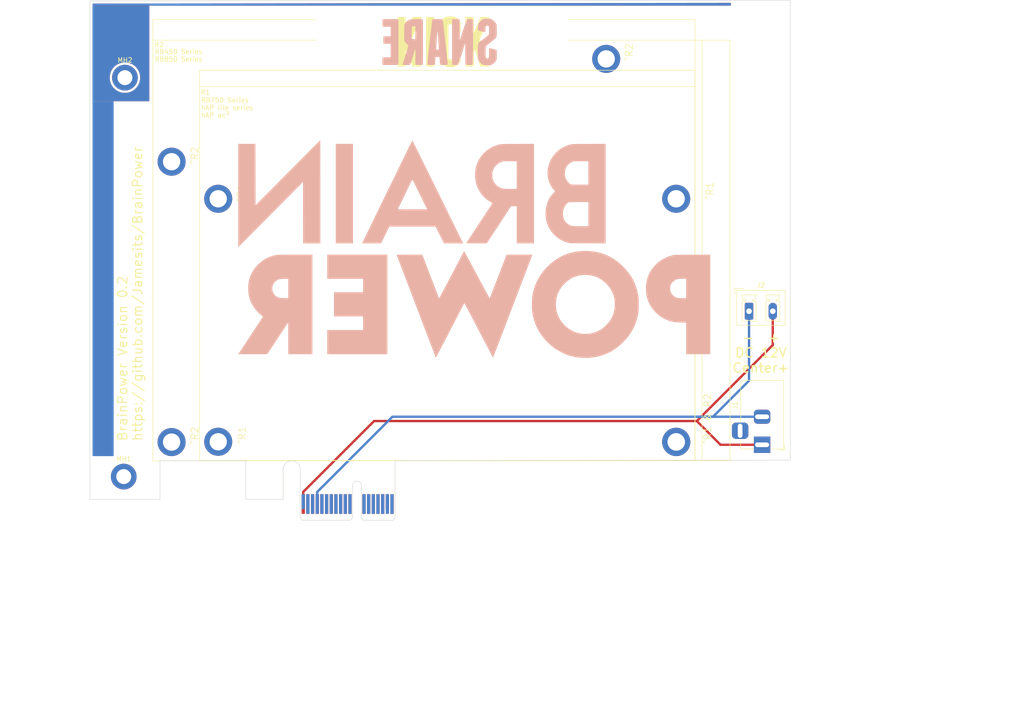
<source format=kicad_pcb>
(kicad_pcb (version 20171130) (host pcbnew "(5.1.2)-2")

  (general
    (thickness 1.6)
    (drawings 39)
    (tracks 16)
    (zones 0)
    (modules 10)
    (nets 3)
  )

  (page A4)
  (layers
    (0 F.Cu signal)
    (31 B.Cu signal)
    (32 B.Adhes user)
    (33 F.Adhes user)
    (34 B.Paste user)
    (35 F.Paste user)
    (36 B.SilkS user)
    (37 F.SilkS user)
    (38 B.Mask user)
    (39 F.Mask user)
    (40 Dwgs.User user)
    (41 Cmts.User user)
    (42 Eco1.User user)
    (43 Eco2.User user)
    (44 Edge.Cuts user)
    (45 Margin user)
    (46 B.CrtYd user)
    (47 F.CrtYd user)
    (48 B.Fab user)
    (49 F.Fab user)
  )

  (setup
    (last_trace_width 1)
    (user_trace_width 0.5)
    (user_trace_width 1)
    (trace_clearance 0.254)
    (zone_clearance 0.0144)
    (zone_45_only no)
    (trace_min 0.254)
    (via_size 0.889)
    (via_drill 0.635)
    (via_min_size 0.889)
    (via_min_drill 0.508)
    (uvia_size 0.508)
    (uvia_drill 0.127)
    (uvias_allowed no)
    (uvia_min_size 0.508)
    (uvia_min_drill 0.127)
    (edge_width 0.1)
    (segment_width 0.2)
    (pcb_text_width 0.3)
    (pcb_text_size 1.5 1.5)
    (mod_edge_width 0.15)
    (mod_text_size 1 1)
    (mod_text_width 0.15)
    (pad_size 1.8 3.6)
    (pad_drill 1.2)
    (pad_to_mask_clearance 0)
    (aux_axis_origin 0 0)
    (visible_elements 7FFFFF7F)
    (pcbplotparams
      (layerselection 0x0d0f0_ffffffff)
      (usegerberextensions false)
      (usegerberattributes false)
      (usegerberadvancedattributes false)
      (creategerberjobfile false)
      (excludeedgelayer true)
      (linewidth 0.100000)
      (plotframeref false)
      (viasonmask false)
      (mode 1)
      (useauxorigin false)
      (hpglpennumber 1)
      (hpglpenspeed 20)
      (hpglpendiameter 15.000000)
      (psnegative false)
      (psa4output false)
      (plotreference true)
      (plotvalue true)
      (plotinvisibletext false)
      (padsonsilk false)
      (subtractmaskfromsilk false)
      (outputformat 1)
      (mirror false)
      (drillshape 0)
      (scaleselection 1)
      (outputdirectory "GerberOutput/"))
  )

  (net 0 "")
  (net 1 GND)
  (net 2 +12V)

  (net_class Default "This is the default net class."
    (clearance 0.254)
    (trace_width 1)
    (via_dia 0.889)
    (via_drill 0.635)
    (uvia_dia 0.508)
    (uvia_drill 0.127)
    (diff_pair_width 0.254)
    (diff_pair_gap 0.25)
    (add_net +12V)
    (add_net GND)
  )

  (net_class JTAG[1..5] ""
    (clearance 0.254)
    (trace_width 1)
    (via_dia 0.889)
    (via_drill 0.635)
    (uvia_dia 0.508)
    (uvia_drill 0.127)
    (diff_pair_width 0.254)
    (diff_pair_gap 0.25)
  )

  (module Footprints:RB450Gx4 (layer F.Cu) (tedit 5DA6B2B3) (tstamp 5DA7044E)
    (at 147.18538 101.3714)
    (fp_text reference R2 (at -59.04738 -47.2694 180) (layer F.SilkS)
      (effects (font (size 1 1) (thickness 0.15)))
    )
    (fp_text value RB450Gx4 (at -0.0635 0.8048 180) (layer F.Fab)
      (effects (font (size 1 1) (thickness 0.15)))
    )
    (fp_text user LED (at 59.9313 -11.049 -90) (layer Dwgs.User)
      (effects (font (size 1 1) (thickness 0.15)))
    )
    (fp_text user "DC Jack" (at 59.9313 13.0175 -90) (layer Dwgs.User)
      (effects (font (size 1 1) (thickness 0.15)))
    )
    (fp_text user "Serial Port" (at 60.0456 -37.1094 -90) (layer Dwgs.User)
      (effects (font (size 1 1) (thickness 0.15)))
    )
    (fp_text user "RJ45 Ports" (at -0.0762 -50.4317 180) (layer Dwgs.User)
      (effects (font (size 1 1) (thickness 0.15)))
    )
    (fp_line (start 57.1242 41.7527) (end 57.1242 -48.2473) (layer F.SilkS) (width 0.12))
    (fp_line (start 63.1242 -48.2473) (end 55.6242 -48.2473) (layer F.SilkS) (width 0.12))
    (fp_line (start 63.1242 41.7527) (end 63.1242 -48.2473) (layer F.SilkS) (width 0.12))
    (fp_line (start 55.6242 41.7527) (end 63.1242 41.7527) (layer F.SilkS) (width 0.12))
    (fp_line (start 55.6242 -52.6473) (end 55.6242 -48.2473) (layer F.SilkS) (width 0.12))
    (fp_line (start 28.3972 -52.6415) (end 55.6242 -52.6473) (layer F.SilkS) (width 0.12))
    (fp_line (start -60.3758 -48.2473) (end -60.3758 -52.6473) (layer F.SilkS) (width 0.12))
    (fp_line (start 55.6242 -48.2473) (end 28.448 -48.2473) (layer F.SilkS) (width 0.12))
    (fp_line (start 55.6242 41.7527) (end 55.6242 -48.2473) (layer F.SilkS) (width 0.12))
    (fp_line (start -60.3758 41.7527) (end 55.6242 41.7527) (layer F.SilkS) (width 0.12))
    (fp_line (start -60.3758 -48.2473) (end -60.3758 41.7527) (layer F.SilkS) (width 0.12))
    (fp_line (start -60.3758 -52.6473) (end -25.3873 -52.6415) (layer F.SilkS) (width 0.12))
    (fp_line (start -25.3873 -48.2473) (end -60.3758 -48.2473) (layer F.SilkS) (width 0.12))
    (pad 3 thru_hole circle (at -56.3758 37.7527 180) (size 6 6) (drill 3.7) (layers *.Cu *.Mask))
    (pad 4 thru_hole circle (at 51.6242 37.7527 180) (size 6 6) (drill 3.7) (layers *.Cu *.Mask))
    (pad 1 thru_hole circle (at -56.3758 -22.2473 180) (size 6 6) (drill 3.7) (layers *.Cu *.Mask))
    (pad 2 thru_hole circle (at 36.6242 -44.2473 180) (size 6 6) (drill 3.7) (layers *.Cu *.Mask))
  )

  (module Connector_Phoenix_MC_HighVoltage:PhoenixContact_MCV_1,5_2-G-5.08_1x02_P5.08mm_Vertical (layer F.Cu) (tedit 5B784ED3) (tstamp 5DA65583)
    (at 214.376 111.125)
    (descr "Generic Phoenix Contact connector footprint for: MCV_1,5/2-G-5.08; number of pins: 02; pin pitch: 5.08mm; Vertical || order number: 1836299 8A 320V")
    (tags "phoenix_contact connector MCV_01x02_G_5.08mm")
    (fp_text reference J2 (at 2.54 -5.55) (layer F.SilkS)
      (effects (font (size 1 1) (thickness 0.15)))
    )
    (fp_text value PhoenixContact_MCV_1,5_2-G-5.08_1x02_P5.08mm_Vertical (at 2.54 4.1) (layer F.Fab)
      (effects (font (size 1 1) (thickness 0.15)))
    )
    (fp_text user %R (at 2.54 -3.65) (layer F.Fab)
      (effects (font (size 1 1) (thickness 0.15)))
    )
    (fp_line (start -3.04 -4.85) (end -1.04 -4.85) (layer F.Fab) (width 0.1))
    (fp_line (start -3.04 -3.6) (end -3.04 -4.85) (layer F.Fab) (width 0.1))
    (fp_line (start -3.04 -4.85) (end -1.04 -4.85) (layer F.SilkS) (width 0.12))
    (fp_line (start -3.04 -3.6) (end -3.04 -4.85) (layer F.SilkS) (width 0.12))
    (fp_line (start 8.12 -4.85) (end -3.04 -4.85) (layer F.CrtYd) (width 0.05))
    (fp_line (start 8.12 3.4) (end 8.12 -4.85) (layer F.CrtYd) (width 0.05))
    (fp_line (start -3.04 3.4) (end 8.12 3.4) (layer F.CrtYd) (width 0.05))
    (fp_line (start -3.04 -4.85) (end -3.04 3.4) (layer F.CrtYd) (width 0.05))
    (fp_line (start 6.58 2.15) (end 5.83 2.15) (layer F.SilkS) (width 0.12))
    (fp_line (start 6.58 -2.15) (end 6.58 2.15) (layer F.SilkS) (width 0.12))
    (fp_line (start 5.83 -2.15) (end 6.58 -2.15) (layer F.SilkS) (width 0.12))
    (fp_line (start 5.83 -2.5) (end 5.83 -2.15) (layer F.SilkS) (width 0.12))
    (fp_line (start 6.33 -2.5) (end 5.83 -2.5) (layer F.SilkS) (width 0.12))
    (fp_line (start 6.58 -3.5) (end 6.33 -2.5) (layer F.SilkS) (width 0.12))
    (fp_line (start 3.58 -3.5) (end 6.58 -3.5) (layer F.SilkS) (width 0.12))
    (fp_line (start 3.83 -2.5) (end 3.58 -3.5) (layer F.SilkS) (width 0.12))
    (fp_line (start 4.33 -2.5) (end 3.83 -2.5) (layer F.SilkS) (width 0.12))
    (fp_line (start 4.33 -2.15) (end 4.33 -2.5) (layer F.SilkS) (width 0.12))
    (fp_line (start 3.58 -2.15) (end 4.33 -2.15) (layer F.SilkS) (width 0.12))
    (fp_line (start 3.58 2.15) (end 3.58 -2.15) (layer F.SilkS) (width 0.12))
    (fp_line (start 4.33 2.15) (end 3.58 2.15) (layer F.SilkS) (width 0.12))
    (fp_line (start 1.5 2.15) (end 0.75 2.15) (layer F.SilkS) (width 0.12))
    (fp_line (start 1.5 -2.15) (end 1.5 2.15) (layer F.SilkS) (width 0.12))
    (fp_line (start 0.75 -2.15) (end 1.5 -2.15) (layer F.SilkS) (width 0.12))
    (fp_line (start 0.75 -2.5) (end 0.75 -2.15) (layer F.SilkS) (width 0.12))
    (fp_line (start 1.25 -2.5) (end 0.75 -2.5) (layer F.SilkS) (width 0.12))
    (fp_line (start 1.5 -3.5) (end 1.25 -2.5) (layer F.SilkS) (width 0.12))
    (fp_line (start -1.5 -3.5) (end 1.5 -3.5) (layer F.SilkS) (width 0.12))
    (fp_line (start -1.25 -2.5) (end -1.5 -3.5) (layer F.SilkS) (width 0.12))
    (fp_line (start -0.75 -2.5) (end -1.25 -2.5) (layer F.SilkS) (width 0.12))
    (fp_line (start -0.75 -2.15) (end -0.75 -2.5) (layer F.SilkS) (width 0.12))
    (fp_line (start -1.5 -2.15) (end -0.75 -2.15) (layer F.SilkS) (width 0.12))
    (fp_line (start -1.5 2.15) (end -1.5 -2.15) (layer F.SilkS) (width 0.12))
    (fp_line (start -0.75 2.15) (end -1.5 2.15) (layer F.SilkS) (width 0.12))
    (fp_line (start 7.62 -4.35) (end -2.54 -4.35) (layer F.Fab) (width 0.1))
    (fp_line (start 7.62 2.9) (end 7.62 -4.35) (layer F.Fab) (width 0.1))
    (fp_line (start -2.54 2.9) (end 7.62 2.9) (layer F.Fab) (width 0.1))
    (fp_line (start -2.54 -4.35) (end -2.54 2.9) (layer F.Fab) (width 0.1))
    (fp_line (start 7.73 -4.46) (end -2.65 -4.46) (layer F.SilkS) (width 0.12))
    (fp_line (start 7.73 3.01) (end 7.73 -4.46) (layer F.SilkS) (width 0.12))
    (fp_line (start -2.65 3.01) (end 7.73 3.01) (layer F.SilkS) (width 0.12))
    (fp_line (start -2.65 -4.46) (end -2.65 3.01) (layer F.SilkS) (width 0.12))
    (fp_arc (start 5.08 3.85) (end 4.33 2.15) (angle 47.6) (layer F.SilkS) (width 0.12))
    (fp_arc (start 0 3.85) (end -0.75 2.15) (angle 47.6) (layer F.SilkS) (width 0.12))
    (pad 2 thru_hole oval (at 5.08 0) (size 1.8 3.6) (drill 1.2) (layers *.Cu *.Mask)
      (net 2 +12V))
    (pad 1 thru_hole roundrect (at 0 0) (size 1.8 3.6) (drill 1.2) (layers *.Cu *.Mask) (roundrect_rratio 0.138889)
      (net 1 GND))
    (model ${KISYS3DMOD}/Connector_Phoenix_MC_HighVoltage.3dshapes/PhoenixContact_MCV_1,5_2-G-5.08_1x02_P5.08mm_Vertical.wrl
      (at (xyz 0 0 0))
      (scale (xyz 1 1 1))
      (rotate (xyz 0 0 0))
    )
  )

  (module Connector_BarrelJack:BarrelJack_Horizontal (layer F.Cu) (tedit 5A1DBF6A) (tstamp 5DA64B6E)
    (at 217.17 139.7 270)
    (descr "DC Barrel Jack")
    (tags "Power Jack")
    (fp_text reference J1 (at -8.45 5.75 90) (layer F.SilkS)
      (effects (font (size 1 1) (thickness 0.15)))
    )
    (fp_text value BarrelJack_Horizontal (at -6.2 -5.5 90) (layer F.Fab)
      (effects (font (size 1 1) (thickness 0.15)))
    )
    (fp_line (start 0 -4.5) (end -13.7 -4.5) (layer F.Fab) (width 0.1))
    (fp_line (start 0.8 4.5) (end 0.8 -3.75) (layer F.Fab) (width 0.1))
    (fp_line (start -13.7 4.5) (end 0.8 4.5) (layer F.Fab) (width 0.1))
    (fp_line (start -13.7 -4.5) (end -13.7 4.5) (layer F.Fab) (width 0.1))
    (fp_line (start -10.2 -4.5) (end -10.2 4.5) (layer F.Fab) (width 0.1))
    (fp_line (start 0.9 -4.6) (end 0.9 -2) (layer F.SilkS) (width 0.12))
    (fp_line (start -13.8 -4.6) (end 0.9 -4.6) (layer F.SilkS) (width 0.12))
    (fp_line (start 0.9 4.6) (end -1 4.6) (layer F.SilkS) (width 0.12))
    (fp_line (start 0.9 1.9) (end 0.9 4.6) (layer F.SilkS) (width 0.12))
    (fp_line (start -13.8 4.6) (end -13.8 -4.6) (layer F.SilkS) (width 0.12))
    (fp_line (start -5 4.6) (end -13.8 4.6) (layer F.SilkS) (width 0.12))
    (fp_line (start -14 4.75) (end -14 -4.75) (layer F.CrtYd) (width 0.05))
    (fp_line (start -5 4.75) (end -14 4.75) (layer F.CrtYd) (width 0.05))
    (fp_line (start -5 6.75) (end -5 4.75) (layer F.CrtYd) (width 0.05))
    (fp_line (start -1 6.75) (end -5 6.75) (layer F.CrtYd) (width 0.05))
    (fp_line (start -1 4.75) (end -1 6.75) (layer F.CrtYd) (width 0.05))
    (fp_line (start 1 4.75) (end -1 4.75) (layer F.CrtYd) (width 0.05))
    (fp_line (start 1 2) (end 1 4.75) (layer F.CrtYd) (width 0.05))
    (fp_line (start 2 2) (end 1 2) (layer F.CrtYd) (width 0.05))
    (fp_line (start 2 -2) (end 2 2) (layer F.CrtYd) (width 0.05))
    (fp_line (start 1 -2) (end 2 -2) (layer F.CrtYd) (width 0.05))
    (fp_line (start 1 -4.5) (end 1 -2) (layer F.CrtYd) (width 0.05))
    (fp_line (start 1 -4.75) (end -14 -4.75) (layer F.CrtYd) (width 0.05))
    (fp_line (start 1 -4.5) (end 1 -4.75) (layer F.CrtYd) (width 0.05))
    (fp_line (start 0.05 -4.8) (end 1.1 -4.8) (layer F.SilkS) (width 0.12))
    (fp_line (start 1.1 -3.75) (end 1.1 -4.8) (layer F.SilkS) (width 0.12))
    (fp_line (start -0.003213 -4.505425) (end 0.8 -3.75) (layer F.Fab) (width 0.1))
    (fp_text user %R (at -3 -2.95 90) (layer F.Fab)
      (effects (font (size 1 1) (thickness 0.15)))
    )
    (pad 3 thru_hole roundrect (at -3 4.7 270) (size 3.5 3.5) (drill oval 3 1) (layers *.Cu *.Mask) (roundrect_rratio 0.25))
    (pad 2 thru_hole roundrect (at -6 0 270) (size 3 3.5) (drill oval 1 3) (layers *.Cu *.Mask) (roundrect_rratio 0.25)
      (net 1 GND))
    (pad 1 thru_hole rect (at 0 0 270) (size 3.5 3.5) (drill oval 1 3) (layers *.Cu *.Mask)
      (net 2 +12V))
    (model ${KISYS3DMOD}/Connector_BarrelJack.3dshapes/BarrelJack_Horizontal.wrl
      (at (xyz 0 0 0))
      (scale (xyz 1 1 1))
      (rotate (xyz 0 0 0))
    )
  )

  (module "SVGs:BRAIN POWER" (layer B.Cu) (tedit 0) (tstamp 5DA64627)
    (at 155.575 97.79 180)
    (fp_text reference Ref** (at 0 0) (layer B.SilkS) hide
      (effects (font (size 1.27 1.27) (thickness 0.15)) (justify mirror))
    )
    (fp_text value Val** (at 0 0) (layer B.SilkS) hide
      (effects (font (size 1.27 1.27) (thickness 0.15)) (justify mirror))
    )
    (fp_poly (pts (xy 29.633334 1.185333) (xy 25.950334 1.185333) (xy 25.950334 22.479) (xy 29.633334 22.479)
      (xy 29.633334 1.185333)) (layer B.SilkS) (width 0.01))
    (fp_poly (pts (xy 13.267671 23.202624) (xy 13.322621 23.09267) (xy 13.411036 22.913947) (xy 13.531123 22.670135)
      (xy 13.681086 22.364911) (xy 13.859132 22.001956) (xy 14.063466 21.584949) (xy 14.292295 21.117569)
      (xy 14.543823 20.603495) (xy 14.816257 20.046407) (xy 15.107802 19.449983) (xy 15.416664 18.817904)
      (xy 15.741049 18.153847) (xy 16.079163 17.461494) (xy 16.42921 16.744522) (xy 16.789398 16.006612)
      (xy 17.157931 15.251441) (xy 17.533016 14.482691) (xy 17.912857 13.704039) (xy 18.295662 12.919166)
      (xy 18.679635 12.13175) (xy 19.062982 11.34547) (xy 19.44391 10.564007) (xy 19.820623 9.791039)
      (xy 20.191327 9.030245) (xy 20.554229 8.285305) (xy 20.907533 7.559898) (xy 21.249446 6.857703)
      (xy 21.578174 6.1824) (xy 21.891921 5.537668) (xy 22.188895 4.927185) (xy 22.4673 4.354632)
      (xy 22.725342 3.823688) (xy 22.961227 3.338031) (xy 23.173161 2.901342) (xy 23.359349 2.517298)
      (xy 23.517998 2.189581) (xy 23.647312 1.921868) (xy 23.745498 1.717839) (xy 23.810761 1.581174)
      (xy 23.820217 1.561162) (xy 23.997267 1.185333) (xy 19.933579 1.185333) (xy 18.165435 4.783667)
      (xy 8.275703 4.783667) (xy 6.477131 1.185333) (xy 2.375475 1.185333) (xy 3.444117 3.354917)
      (xy 3.564628 3.599648) (xy 3.720279 3.91585) (xy 3.90885 4.299011) (xy 4.128125 4.744623)
      (xy 4.375884 5.248175) (xy 4.649909 5.805159) (xy 4.947982 6.411064) (xy 5.267885 7.06138)
      (xy 5.6074 7.751599) (xy 5.959121 8.466667) (xy 10.074484 8.466667) (xy 13.212105 8.466667)
      (xy 13.802787 8.466749) (xy 14.314398 8.467083) (xy 14.75253 8.467802) (xy 15.122779 8.469041)
      (xy 15.430739 8.470931) (xy 15.682003 8.473607) (xy 15.882166 8.477202) (xy 16.036823 8.481848)
      (xy 16.151567 8.48768) (xy 16.231994 8.49483) (xy 16.283696 8.503432) (xy 16.312269 8.513619)
      (xy 16.323307 8.525525) (xy 16.322404 8.539281) (xy 16.321878 8.54075) (xy 16.295434 8.600228)
      (xy 16.236035 8.726976) (xy 16.147007 8.914154) (xy 16.031676 9.154924) (xy 15.893368 9.442448)
      (xy 15.735409 9.769888) (xy 15.561126 10.130404) (xy 15.373844 10.517159) (xy 15.176889 10.923313)
      (xy 14.973588 11.342029) (xy 14.767266 11.766469) (xy 14.56125 12.189793) (xy 14.358866 12.605163)
      (xy 14.163439 13.005741) (xy 13.978297 13.384689) (xy 13.806764 13.735167) (xy 13.652167 14.050338)
      (xy 13.517832 14.323363) (xy 13.407085 14.547404) (xy 13.323253 14.715622) (xy 13.26966 14.821178)
      (xy 13.249672 14.857241) (xy 13.227903 14.820518) (xy 13.171754 14.713697) (xy 13.084177 14.542673)
      (xy 12.968127 14.313339) (xy 12.826556 14.031589) (xy 12.662419 13.703316) (xy 12.478668 13.334415)
      (xy 12.278257 12.930779) (xy 12.06414 12.498302) (xy 11.83927 12.042877) (xy 11.834523 12.03325)
      (xy 11.604067 11.56589) (xy 11.380544 11.112626) (xy 11.167389 10.680424) (xy 10.96804 10.276252)
      (xy 10.785935 9.907078) (xy 10.624509 9.579868) (xy 10.4872 9.301589) (xy 10.377444 9.079209)
      (xy 10.29868 8.919696) (xy 10.257843 8.837083) (xy 10.074484 8.466667) (xy 5.959121 8.466667)
      (xy 5.964308 8.477211) (xy 6.33639 9.233705) (xy 6.72143 10.016572) (xy 7.117208 10.821303)
      (xy 7.521507 11.643388) (xy 7.932107 12.478317) (xy 8.346791 13.321581) (xy 8.76334 14.16867)
      (xy 8.86861 14.38275) (xy 9.269412 15.197632) (xy 9.660464 15.992288) (xy 10.04012 16.763385)
      (xy 10.406732 17.507594) (xy 10.758653 18.221581) (xy 11.094235 18.902017) (xy 11.411833 19.545568)
      (xy 11.709798 20.148905) (xy 11.986483 20.708696) (xy 12.240241 21.221608) (xy 12.469426 21.684312)
      (xy 12.67239 22.093474) (xy 12.847485 22.445765) (xy 12.993065 22.737852) (xy 13.107482 22.966405)
      (xy 13.18909 23.128091) (xy 13.236241 23.219579) (xy 13.247981 23.240128) (xy 13.267671 23.202624)) (layer B.SilkS) (width 0.01))
    (fp_poly (pts (xy -9.30275 22.467309) (xy -8.676825 22.464402) (xy -8.129518 22.461625) (xy -7.65478 22.458815)
      (xy -7.246563 22.45581) (xy -6.898817 22.452449) (xy -6.605496 22.448567) (xy -6.360549 22.444004)
      (xy -6.157929 22.438597) (xy -5.991587 22.432183) (xy -5.855474 22.424601) (xy -5.743543 22.415688)
      (xy -5.649744 22.405281) (xy -5.568028 22.393219) (xy -5.492349 22.379339) (xy -5.416656 22.363479)
      (xy -5.414329 22.362973) (xy -4.701129 22.165987) (xy -4.022075 21.895585) (xy -3.382065 21.556454)
      (xy -2.785998 21.153281) (xy -2.238774 20.690751) (xy -1.74529 20.173551) (xy -1.310446 19.606369)
      (xy -0.939142 18.99389) (xy -0.636275 18.340801) (xy -0.406744 17.651789) (xy -0.379017 17.545924)
      (xy -0.271254 17.048549) (xy -0.204622 16.559731) (xy -0.176198 16.049776) (xy -0.181277 15.536547)
      (xy -0.224973 14.920785) (xy -0.31408 14.354514) (xy -0.454709 13.81223) (xy -0.652973 13.268429)
      (xy -0.809586 12.914929) (xy -1.123086 12.333417) (xy -1.50069 11.778967) (xy -1.932056 11.262656)
      (xy -2.40684 10.795561) (xy -2.914698 10.388759) (xy -3.445286 10.053329) (xy -3.518443 10.013933)
      (xy -3.67987 9.923422) (xy -3.802127 9.844275) (xy -3.871257 9.786111) (xy -3.881058 9.764033)
      (xy -3.855749 9.723118) (xy -3.786737 9.615877) (xy -3.676893 9.44669) (xy -3.529086 9.219937)
      (xy -3.346185 8.939998) (xy -3.13106 8.611255) (xy -2.886581 8.238088) (xy -2.615616 7.824876)
      (xy -2.321035 7.376002) (xy -2.005708 6.895845) (xy -1.672505 6.388786) (xy -1.324294 5.859205)
      (xy -1.062334 5.461) (xy 1.737089 1.2065) (xy -0.454372 1.195035) (xy -0.941751 1.192603)
      (xy -1.35145 1.190975) (xy -1.690452 1.190359) (xy -1.965741 1.190963) (xy -2.184303 1.192995)
      (xy -2.35312 1.196662) (xy -2.479177 1.202173) (xy -2.569458 1.209736) (xy -2.630947 1.219557)
      (xy -2.670628 1.231846) (xy -2.695486 1.246809) (xy -2.710494 1.262172) (xy -2.741962 1.307461)
      (xy -2.816791 1.418919) (xy -2.931922 1.591908) (xy -3.084294 1.821791) (xy -3.27085 2.103929)
      (xy -3.48853 2.433685) (xy -3.734274 2.806421) (xy -4.005024 3.217498) (xy -4.29772 3.66228)
      (xy -4.609303 4.136128) (xy -4.936714 4.634404) (xy -5.276893 5.152471) (xy -5.335161 5.241243)
      (xy -7.895166 9.141712) (xy -9.101666 9.144) (xy -9.101666 1.185333) (xy -12.784666 1.185333)
      (xy -12.784666 14.46223) (xy -9.094222 14.46223) (xy -9.093927 14.065678) (xy -9.093059 13.71443)
      (xy -9.091641 13.415476) (xy -9.089694 13.175804) (xy -9.087241 13.002404) (xy -9.084302 12.902263)
      (xy -9.082204 12.879917) (xy -9.035952 12.865355) (xy -8.917348 12.853017) (xy -8.738681 12.842956)
      (xy -8.512238 12.835224) (xy -8.250306 12.829876) (xy -7.965173 12.826963) (xy -7.669126 12.826538)
      (xy -7.374454 12.828655) (xy -7.093443 12.833366) (xy -6.838381 12.840723) (xy -6.621555 12.850781)
      (xy -6.455254 12.863591) (xy -6.4135 12.868439) (xy -5.922259 12.973328) (xy -5.467365 13.151692)
      (xy -5.055069 13.398483) (xy -4.691623 13.708652) (xy -4.383278 14.077151) (xy -4.136287 14.498929)
      (xy -4.007236 14.811682) (xy -3.920544 15.13889) (xy -3.867991 15.509072) (xy -3.851381 15.890702)
      (xy -3.872514 16.252253) (xy -3.911816 16.481173) (xy -4.062948 16.945276) (xy -4.28696 17.375387)
      (xy -4.576174 17.763569) (xy -4.922911 18.101884) (xy -5.319494 18.382395) (xy -5.758243 18.597163)
      (xy -6.053666 18.695364) (xy -6.141381 18.716755) (xy -6.238706 18.733823) (xy -6.356012 18.747055)
      (xy -6.503675 18.756937) (xy -6.692066 18.763956) (xy -6.93156 18.7686) (xy -7.232528 18.771356)
      (xy -7.605345 18.77271) (xy -7.704666 18.772877) (xy -9.0805 18.774833) (xy -9.091459 15.853833)
      (xy -9.09301 15.363297) (xy -9.093924 14.8971) (xy -9.094222 14.46223) (xy -12.784666 14.46223)
      (xy -12.784666 22.483098) (xy -9.30275 22.467309)) (layer B.SilkS) (width 0.01))
    (fp_poly (pts (xy -24.563916 22.46793) (xy -23.933721 22.465283) (xy -23.382202 22.462793) (xy -22.903367 22.460293)
      (xy -22.491228 22.457617) (xy -22.139792 22.454598) (xy -21.84307 22.451068) (xy -21.595071 22.44686)
      (xy -21.389806 22.441808) (xy -21.221282 22.435744) (xy -21.08351 22.428502) (xy -20.9705 22.419914)
      (xy -20.87626 22.409814) (xy -20.794801 22.398034) (xy -20.720132 22.384408) (xy -20.646263 22.368768)
      (xy -20.595166 22.357291) (xy -19.907539 22.158591) (xy -19.250833 21.882782) (xy -18.629963 21.533327)
      (xy -18.049846 21.113692) (xy -17.515398 20.62734) (xy -17.031535 20.077735) (xy -16.691895 19.606595)
      (xy -16.349512 19.016814) (xy -16.076105 18.396799) (xy -15.872745 17.755348) (xy -15.740502 17.10126)
      (xy -15.680445 16.443332) (xy -15.693644 15.790364) (xy -15.78117 15.151152) (xy -15.944092 14.534495)
      (xy -16.042438 14.266333) (xy -16.210349 13.886381) (xy -16.405974 13.508628) (xy -16.618383 13.150903)
      (xy -16.836646 12.831037) (xy -17.049833 12.566858) (xy -17.146007 12.466184) (xy -17.31218 12.30392)
      (xy -16.966809 11.983377) (xy -16.556864 11.552993) (xy -16.205376 11.075197) (xy -15.909452 10.544529)
      (xy -15.666196 9.955527) (xy -15.472712 9.302728) (xy -15.416257 9.058362) (xy -15.292964 8.30469)
      (xy -15.249062 7.560491) (xy -15.283993 6.831042) (xy -15.397196 6.121621) (xy -15.588115 5.437503)
      (xy -15.856189 4.783968) (xy -15.872437 4.750493) (xy -16.138067 4.258381) (xy -16.438065 3.804328)
      (xy -16.786729 3.369228) (xy -17.198357 2.933976) (xy -17.320874 2.815167) (xy -17.832538 2.374436)
      (xy -18.371876 2.005169) (xy -18.949352 1.701796) (xy -19.57543 1.458746) (xy -20.193 1.286055)
      (xy -20.253791 1.273062) (xy -20.322632 1.261592) (xy -20.405091 1.251522) (xy -20.50674 1.242734)
      (xy -20.633148 1.235105) (xy -20.789887 1.228514) (xy -20.982525 1.222841) (xy -21.216634 1.217964)
      (xy -21.497783 1.213763) (xy -21.831543 1.210117) (xy -22.223484 1.206904) (xy -22.679176 1.204004)
      (xy -23.20419 1.201295) (xy -23.804095 1.198657) (xy -24.309916 1.196639) (xy -28.109333 1.181933)
      (xy -28.109333 4.868333) (xy -24.426333 4.868333) (xy -22.82825 4.869069) (xy -22.380102 4.870039)
      (xy -22.008118 4.87269) (xy -21.703805 4.877303) (xy -21.458671 4.88416) (xy -21.264224 4.893543)
      (xy -21.111972 4.905735) (xy -20.993422 4.921018) (xy -20.933833 4.93202) (xy -20.503042 5.063988)
      (xy -20.113205 5.267908) (xy -19.76968 5.538912) (xy -19.477825 5.87213) (xy -19.242996 6.262695)
      (xy -19.106873 6.592213) (xy -19.016316 6.952806) (xy -18.971053 7.354203) (xy -18.972264 7.764945)
      (xy -19.021128 8.153572) (xy -19.044455 8.257943) (xy -19.154256 8.609274) (xy -19.303116 8.95599)
      (xy -19.478919 9.274419) (xy -19.66955 9.540891) (xy -19.743547 9.623801) (xy -19.828523 9.712908)
      (xy -19.903151 9.787993) (xy -19.975198 9.850258) (xy -20.052435 9.900903) (xy -20.142627 9.94113)
      (xy -20.253543 9.97214) (xy -20.392951 9.995133) (xy -20.568618 10.011313) (xy -20.788314 10.021878)
      (xy -21.059805 10.028032) (xy -21.39086 10.030974) (xy -21.789247 10.031906) (xy -22.262733 10.03203)
      (xy -22.38375 10.03207) (xy -24.426333 10.033) (xy -24.426333 4.868333) (xy -28.109333 4.868333)
      (xy -28.109333 13.758333) (xy -24.427005 13.758333) (xy -22.616919 13.758747) (xy -22.17836 13.758919)
      (xy -21.816117 13.759487) (xy -21.521836 13.760864) (xy -21.287167 13.763457) (xy -21.103757 13.767678)
      (xy -20.963254 13.773935) (xy -20.857307 13.782641) (xy -20.777565 13.794203) (xy -20.715674 13.809032)
      (xy -20.663284 13.827539) (xy -20.612042 13.850132) (xy -20.595166 13.857992) (xy -20.371861 13.999699)
      (xy -20.147877 14.209638) (xy -19.934276 14.47219) (xy -19.742119 14.771738) (xy -19.582468 15.092665)
      (xy -19.466386 15.419354) (xy -19.452587 15.471144) (xy -19.400606 15.79209) (xy -19.38966 16.157582)
      (xy -19.417374 16.539472) (xy -19.481375 16.909613) (xy -19.579289 17.239858) (xy -19.607684 17.310316)
      (xy -19.776975 17.623974) (xy -20.004468 17.92686) (xy -20.270901 18.198044) (xy -20.55701 18.4166)
      (xy -20.703213 18.500509) (xy -20.841597 18.569028) (xy -20.966305 18.624974) (xy -21.087737 18.669628)
      (xy -21.216292 18.704268) (xy -21.362369 18.730176) (xy -21.536366 18.74863) (xy -21.748682 18.76091)
      (xy -22.009717 18.768295) (xy -22.329869 18.772066) (xy -22.719537 18.773503) (xy -22.9235 18.77373)
      (xy -24.405166 18.774833) (xy -24.416086 16.266583) (xy -24.427005 13.758333) (xy -28.109333 13.758333)
      (xy -28.109333 22.482618) (xy -24.563916 22.46793)) (layer B.SilkS) (width 0.01))
    (fp_poly (pts (xy 33.002915 23.203041) (xy 33.092615 23.114735) (xy 33.236707 22.97168) (xy 33.432543 22.776529)
      (xy 33.677479 22.531932) (xy 33.968868 22.240543) (xy 34.304067 21.905014) (xy 34.680427 21.527997)
      (xy 35.095305 21.112145) (xy 35.546054 20.660109) (xy 36.030029 20.174543) (xy 36.544584 19.658099)
      (xy 37.087073 19.113428) (xy 37.654851 18.543183) (xy 38.245272 17.950017) (xy 38.855691 17.336582)
      (xy 39.483461 16.70553) (xy 39.902335 16.284369) (xy 46.7995 9.348904) (xy 46.810217 15.913952)
      (xy 46.820933 22.479) (xy 50.503667 22.479) (xy 50.503667 11.43) (xy 50.503627 10.468797)
      (xy 50.503509 9.529932) (xy 50.503317 8.616913) (xy 50.503054 7.733247) (xy 50.502723 6.88244)
      (xy 50.502328 6.068) (xy 50.501872 5.293435) (xy 50.501359 4.562252) (xy 50.500791 3.877957)
      (xy 50.500172 3.244059) (xy 50.499506 2.664064) (xy 50.498796 2.141479) (xy 50.498045 1.679813)
      (xy 50.497256 1.282571) (xy 50.496434 0.953261) (xy 50.495581 0.695391) (xy 50.4947 0.512468)
      (xy 50.493796 0.407998) (xy 50.493084 0.383226) (xy 50.462698 0.413025) (xy 50.375268 0.500246)
      (xy 50.23342 0.642247) (xy 50.039784 0.836388) (xy 49.796986 1.080026) (xy 49.507656 1.370521)
      (xy 49.17442 1.705232) (xy 48.799907 2.081517) (xy 48.386746 2.496735) (xy 47.937563 2.948244)
      (xy 47.454988 3.433404) (xy 46.941647 3.949572) (xy 46.400169 4.494109) (xy 45.833183 5.064372)
      (xy 45.243315 5.65772) (xy 44.633194 6.271512) (xy 44.005449 6.903107) (xy 43.561 7.350323)
      (xy 36.6395 14.315195) (xy 36.628784 7.750264) (xy 36.618067 1.185333) (xy 32.935334 1.185333)
      (xy 32.935334 12.216695) (xy 32.935466 13.176963) (xy 32.935855 14.114808) (xy 32.936489 15.026726)
      (xy 32.937358 15.909211) (xy 32.938451 16.758759) (xy 32.939756 17.571863) (xy 32.941263 18.34502)
      (xy 32.942959 19.074725) (xy 32.944835 19.757472) (xy 32.946878 20.389756) (xy 32.949079 20.968072)
      (xy 32.951425 21.488916) (xy 32.953905 21.948782) (xy 32.95651 22.344166) (xy 32.959226 22.671562)
      (xy 32.962044 22.927466) (xy 32.964952 23.108372) (xy 32.967939 23.210775) (xy 32.970252 23.233945)
      (xy 33.002915 23.203041)) (layer B.SilkS) (width 0.01))
    (fp_poly (pts (xy 38.882344 -1.227804) (xy 39.475241 -1.2284) (xy 39.99588 -1.229732) (xy 40.450463 -1.232079)
      (xy 40.845196 -1.235717) (xy 41.186282 -1.240923) (xy 41.479924 -1.247976) (xy 41.732327 -1.257153)
      (xy 41.949694 -1.268731) (xy 42.138229 -1.282987) (xy 42.304137 -1.300199) (xy 42.45362 -1.320645)
      (xy 42.592884 -1.344602) (xy 42.728131 -1.372347) (xy 42.865566 -1.404158) (xy 43.011392 -1.440312)
      (xy 43.021167 -1.442784) (xy 43.711188 -1.660167) (xy 44.379953 -1.955026) (xy 45.020228 -2.321341)
      (xy 45.624778 -2.75309) (xy 46.186367 -3.244252) (xy 46.69776 -3.788806) (xy 47.151723 -4.38073)
      (xy 47.541019 -5.014003) (xy 47.709121 -5.344191) (xy 47.967126 -5.952456) (xy 48.159813 -6.55968)
      (xy 48.290427 -7.182109) (xy 48.362215 -7.835987) (xy 48.378425 -8.537557) (xy 48.375469 -8.678333)
      (xy 48.335963 -9.328741) (xy 48.25181 -9.925442) (xy 48.118131 -10.489476) (xy 47.930044 -11.041885)
      (xy 47.710067 -11.546809) (xy 47.372812 -12.170194) (xy 46.971141 -12.768599) (xy 46.516923 -13.327337)
      (xy 46.022026 -13.831722) (xy 45.532047 -14.241876) (xy 45.373855 -14.36834) (xy 45.273866 -14.464779)
      (xy 45.238312 -14.524956) (xy 45.240348 -14.533821) (xy 45.268517 -14.57744) (xy 45.339596 -14.686124)
      (xy 45.449882 -14.854257) (xy 45.595678 -15.076221) (xy 45.773281 -15.346399) (xy 45.978992 -15.659175)
      (xy 46.209112 -16.00893) (xy 46.459938 -16.390048) (xy 46.727772 -16.796911) (xy 47.008913 -17.223903)
      (xy 47.299661 -17.665407) (xy 47.596315 -18.115804) (xy 47.895176 -18.569479) (xy 48.192542 -19.020814)
      (xy 48.484715 -19.464191) (xy 48.767994 -19.893995) (xy 49.038678 -20.304606) (xy 49.293067 -20.69041)
      (xy 49.527461 -21.045787) (xy 49.738161 -21.365122) (xy 49.921464 -21.642797) (xy 50.073672 -21.873194)
      (xy 50.191085 -22.050698) (xy 50.270001 -22.16969) (xy 50.299854 -22.214417) (xy 50.506247 -22.521333)
      (xy 44.290251 -22.521333) (xy 42.052376 -19.125872) (xy 39.8145 -15.730412) (xy 39.803665 -19.125872)
      (xy 39.79283 -22.521333) (xy 34.628667 -22.521333) (xy 34.628667 -10.549421) (xy 39.793334 -10.549421)
      (xy 40.692917 -10.530867) (xy 41.002445 -10.523606) (xy 41.241318 -10.515344) (xy 41.423546 -10.50474)
      (xy 41.563139 -10.490451) (xy 41.674108 -10.471134) (xy 41.770463 -10.445446) (xy 41.843083 -10.420638)
      (xy 42.218824 -10.241579) (xy 42.540606 -10.004375) (xy 42.804715 -9.718338) (xy 43.007433 -9.392784)
      (xy 43.145046 -9.037025) (xy 43.213837 -8.660376) (xy 43.210091 -8.27215) (xy 43.130091 -7.881661)
      (xy 42.992132 -7.540528) (xy 42.859176 -7.329416) (xy 42.676148 -7.107126) (xy 42.468299 -6.901143)
      (xy 42.260881 -6.738953) (xy 42.248069 -6.730616) (xy 42.086906 -6.634762) (xy 41.928834 -6.560221)
      (xy 41.759409 -6.504028) (xy 41.564189 -6.463219) (xy 41.32873 -6.43483) (xy 41.038588 -6.415896)
      (xy 40.679322 -6.403452) (xy 40.650584 -6.402732) (xy 39.793334 -6.381671) (xy 39.793334 -10.549421)
      (xy 34.628667 -10.549421) (xy 34.628667 -1.227667) (xy 38.210984 -1.227667) (xy 38.882344 -1.227804)) (layer B.SilkS) (width 0.01))
    (fp_poly (pts (xy 31.453667 -6.392333) (xy 23.791334 -6.392333) (xy 23.791334 -9.271) (xy 30.014334 -9.271)
      (xy 30.014334 -14.435667) (xy 23.791334 -14.435667) (xy 23.791334 -17.356667) (xy 31.453667 -17.356667)
      (xy 31.453667 -22.521333) (xy 18.584334 -22.521333) (xy 18.584334 -1.227667) (xy 31.453667 -1.227667)
      (xy 31.453667 -6.392333)) (layer B.SilkS) (width 0.01))
    (fp_poly (pts (xy -46.70425 -1.238745) (xy -46.050537 -1.241337) (xy -45.475747 -1.243768) (xy -44.974135 -1.246191)
      (xy -44.539957 -1.248753) (xy -44.16747 -1.251606) (xy -43.850929 -1.254899) (xy -43.584591 -1.258781)
      (xy -43.362712 -1.263404) (xy -43.179548 -1.268916) (xy -43.029354 -1.275467) (xy -42.906388 -1.283207)
      (xy -42.804905 -1.292287) (xy -42.719161 -1.302856) (xy -42.643413 -1.315063) (xy -42.571916 -1.329059)
      (xy -42.498926 -1.344993) (xy -42.4815 -1.348908) (xy -41.712958 -1.560215) (xy -40.995621 -1.837722)
      (xy -40.324636 -2.184179) (xy -39.695152 -2.602336) (xy -39.102314 -3.094942) (xy -38.701815 -3.490516)
      (xy -38.186749 -4.092805) (xy -37.748721 -4.729781) (xy -37.38808 -5.40071) (xy -37.105178 -6.104858)
      (xy -36.900364 -6.84149) (xy -36.786399 -7.504777) (xy -36.762073 -7.78438) (xy -36.749922 -8.119277)
      (xy -36.749226 -8.488187) (xy -36.759263 -8.869825) (xy -36.779312 -9.242911) (xy -36.808653 -9.586162)
      (xy -36.846564 -9.878294) (xy -36.871314 -10.011833) (xy -37.063515 -10.73742) (xy -37.320665 -11.417727)
      (xy -37.64683 -12.060082) (xy -38.046075 -12.67181) (xy -38.522465 -13.260237) (xy -38.888084 -13.646347)
      (xy -39.455055 -14.161572) (xy -40.046717 -14.598885) (xy -40.671945 -14.963549) (xy -41.339614 -15.260826)
      (xy -41.959864 -15.468146) (xy -42.240253 -15.541819) (xy -42.526899 -15.601182) (xy -42.834061 -15.647884)
      (xy -43.175997 -15.683573) (xy -43.566963 -15.709898) (xy -44.02122 -15.728508) (xy -44.270083 -15.735283)
      (xy -45.339 -15.760563) (xy -45.339 -22.521333) (xy -50.503666 -22.521333) (xy -50.503666 -10.541)
      (xy -45.339 -10.541) (xy -44.557917 -10.541) (xy -44.291229 -10.538437) (xy -44.037412 -10.531331)
      (xy -43.815213 -10.520553) (xy -43.64338 -10.506975) (xy -43.5525 -10.494218) (xy -43.170355 -10.372429)
      (xy -42.817642 -10.177166) (xy -42.506078 -9.917747) (xy -42.247382 -9.60349) (xy -42.093433 -9.33391)
      (xy -42.017565 -9.16479) (xy -41.969323 -9.024088) (xy -41.940914 -8.878851) (xy -41.924544 -8.696128)
      (xy -41.919246 -8.597423) (xy -41.926293 -8.203978) (xy -41.99247 -7.859353) (xy -42.124128 -7.546166)
      (xy -42.327619 -7.247034) (xy -42.473169 -7.081452) (xy -42.78352 -6.804275) (xy -43.126543 -6.599456)
      (xy -43.331584 -6.514992) (xy -43.430199 -6.483528) (xy -43.536096 -6.459338) (xy -43.663521 -6.441012)
      (xy -43.826721 -6.427141) (xy -44.039945 -6.416315) (xy -44.31744 -6.407125) (xy -44.460583 -6.403312)
      (xy -45.339 -6.381012) (xy -45.339 -10.541) (xy -50.503666 -10.541) (xy -50.503666 -1.223873)
      (xy -46.70425 -1.238745)) (layer B.SilkS) (width 0.01))
    (fp_poly (pts (xy 2.180309 -0.502466) (xy 2.239706 -0.609988) (xy 2.333751 -0.783916) (xy 2.460162 -1.019935)
      (xy 2.616655 -1.313728) (xy 2.800947 -1.66098) (xy 3.010756 -2.057375) (xy 3.243798 -2.498598)
      (xy 3.497791 -2.980332) (xy 3.770451 -3.498261) (xy 4.059496 -4.048071) (xy 4.362642 -4.625444)
      (xy 4.677607 -5.226066) (xy 4.846282 -5.548015) (xy 5.208231 -6.238278) (xy 5.550262 -6.888944)
      (xy 5.870764 -7.497005) (xy 6.168128 -8.059453) (xy 6.440744 -8.573281) (xy 6.687001 -9.03548)
      (xy 6.90529 -9.443044) (xy 7.094 -9.792964) (xy 7.251521 -10.082232) (xy 7.376244 -10.307842)
      (xy 7.466557 -10.466784) (xy 7.520851 -10.556052) (xy 7.537395 -10.575099) (xy 7.555976 -10.529112)
      (xy 7.602783 -10.408965) (xy 7.675915 -10.219625) (xy 7.773471 -9.966055) (xy 7.89355 -9.653223)
      (xy 8.034249 -9.286092) (xy 8.193669 -8.86963) (xy 8.369908 -8.408801) (xy 8.561064 -7.90857)
      (xy 8.765237 -7.373904) (xy 8.980526 -6.809767) (xy 9.205028 -6.221125) (xy 9.337452 -5.87375)
      (xy 11.108286 -1.227666) (xy 13.875142 -1.227667) (xy 14.349843 -1.228197) (xy 14.798153 -1.229729)
      (xy 15.213134 -1.232172) (xy 15.587852 -1.235435) (xy 15.915369 -1.239429) (xy 16.18875 -1.244062)
      (xy 16.401059 -1.249246) (xy 16.545359 -1.254888) (xy 16.614715 -1.2609) (xy 16.619913 -1.263399)
      (xy 16.603172 -1.30548) (xy 16.557531 -1.423493) (xy 16.484209 -1.614241) (xy 16.384427 -1.874529)
      (xy 16.259404 -2.20116) (xy 16.110359 -2.590937) (xy 15.938513 -3.040666) (xy 15.745085 -3.547148)
      (xy 15.531294 -4.107188) (xy 15.298361 -4.71759) (xy 15.047504 -5.375157) (xy 14.779945 -6.076694)
      (xy 14.496901 -6.819003) (xy 14.199593 -7.598889) (xy 13.889241 -8.413156) (xy 13.567064 -9.258606)
      (xy 13.234282 -10.132044) (xy 12.892115 -11.030274) (xy 12.541781 -11.950099) (xy 12.42396 -12.259482)
      (xy 12.071152 -13.185753) (xy 11.726039 -14.091464) (xy 11.389842 -14.973419) (xy 11.063784 -15.828424)
      (xy 10.749087 -16.653283) (xy 10.446975 -17.444802) (xy 10.158669 -18.199784) (xy 9.885391 -18.915035)
      (xy 9.628366 -19.587359) (xy 9.388814 -20.213561) (xy 9.167958 -20.790446) (xy 8.967021 -21.31482)
      (xy 8.787226 -21.783485) (xy 8.629794 -22.193248) (xy 8.495948 -22.540913) (xy 8.386911 -22.823285)
      (xy 8.303905 -23.037169) (xy 8.248153 -23.179369) (xy 8.220876 -23.24669) (xy 8.218328 -23.251934)
      (xy 8.195647 -23.218642) (xy 8.136255 -23.114126) (xy 8.042263 -22.942401) (xy 7.915786 -22.707483)
      (xy 7.758937 -22.413387) (xy 7.573828 -22.064129) (xy 7.362572 -21.663724) (xy 7.127282 -21.216189)
      (xy 6.870072 -20.725539) (xy 6.593054 -20.19579) (xy 6.298342 -19.630956) (xy 5.988047 -19.035055)
      (xy 5.664285 -18.412101) (xy 5.329166 -17.76611) (xy 5.166573 -17.452267) (xy 4.82655 -16.795797)
      (xy 4.496974 -16.159755) (xy 4.17996 -15.54821) (xy 3.877622 -14.96523) (xy 3.592073 -14.414883)
      (xy 3.325429 -13.901237) (xy 3.079803 -13.428361) (xy 2.857309 -13.000321) (xy 2.660061 -12.621188)
      (xy 2.490175 -12.295028) (xy 2.349763 -12.025909) (xy 2.24094 -11.817901) (xy 2.16582 -11.675071)
      (xy 2.126518 -11.601486) (xy 2.12104 -11.592002) (xy 2.098958 -11.62565) (xy 2.039936 -11.730411)
      (xy 1.946092 -11.902279) (xy 1.819545 -12.137246) (xy 1.66241 -12.431305) (xy 1.476805 -12.780449)
      (xy 1.264848 -13.180672) (xy 1.028656 -13.627966) (xy 0.770346 -14.118324) (xy 0.492035 -14.64774)
      (xy 0.195842 -15.212206) (xy -0.116118 -15.807715) (xy -0.441726 -16.430261) (xy -0.778865 -17.075836)
      (xy -0.949139 -17.402252) (xy -1.291347 -18.058191) (xy -1.62307 -18.693408) (xy -1.942188 -19.303872)
      (xy -2.24658 -19.885551) (xy -2.534124 -20.434412) (xy -2.802702 -20.946425) (xy -3.050191 -21.417556)
      (xy -3.274471 -21.843775) (xy -3.473423 -22.221048) (xy -3.644924 -22.545346) (xy -3.786855 -22.812635)
      (xy -3.897095 -23.018883) (xy -3.973523 -23.16006) (xy -4.014019 -23.232132) (xy -4.020097 -23.241)
      (xy -4.037211 -23.20197) (xy -4.083224 -23.087009) (xy -4.15691 -22.899314) (xy -4.257044 -22.64208)
      (xy -4.382399 -22.318503) (xy -4.531749 -21.931778) (xy -4.703868 -21.485101) (xy -4.897529 -20.981667)
      (xy -5.111508 -20.424673) (xy -5.344576 -19.817313) (xy -5.59551 -19.162784) (xy -5.863081 -18.464281)
      (xy -6.146065 -17.724999) (xy -6.443234 -16.948134) (xy -6.753364 -16.136883) (xy -7.075227 -15.294439)
      (xy -7.407598 -14.424) (xy -7.74925 -13.52876) (xy -8.098958 -12.611916) (xy -8.190469 -12.371917)
      (xy -8.54263 -11.448299) (xy -8.887241 -10.544556) (xy -9.223061 -9.663937) (xy -9.54885 -8.809692)
      (xy -9.863369 -7.985069) (xy -10.165377 -7.193317) (xy -10.453635 -6.437686) (xy -10.726903 -5.721423)
      (xy -10.983941 -5.047779) (xy -11.223509 -4.420003) (xy -11.444367 -3.841343) (xy -11.645275 -3.315048)
      (xy -11.824994 -2.844367) (xy -11.982283 -2.43255) (xy -12.115903 -2.082846) (xy -12.224613 -1.798503)
      (xy -12.307175 -1.58277) (xy -12.362347 -1.438897) (xy -12.38889 -1.370132) (xy -12.390829 -1.36525)
      (xy -12.447136 -1.227667) (xy -9.684318 -1.227928) (xy -6.9215 -1.22819) (xy -5.125473 -5.905761)
      (xy -4.894422 -6.506878) (xy -4.671524 -7.085555) (xy -4.458676 -7.636926) (xy -4.257779 -8.156124)
      (xy -4.07073 -8.638282) (xy -3.89943 -9.078533) (xy -3.745777 -9.472011) (xy -3.611671 -9.81385)
      (xy -3.49901 -10.099181) (xy -3.409694 -10.323139) (xy -3.345622 -10.480856) (xy -3.308693 -10.567467)
      (xy -3.300188 -10.583333) (xy -3.277103 -10.546686) (xy -3.216533 -10.439611) (xy -3.120801 -10.266407)
      (xy -2.992226 -10.031373) (xy -2.833128 -9.738808) (xy -2.645828 -9.393011) (xy -2.432646 -8.998281)
      (xy -2.195901 -8.558917) (xy -1.937916 -8.079217) (xy -1.661008 -7.563481) (xy -1.3675 -7.016008)
      (xy -1.059711 -6.441097) (xy -0.739961 -5.843046) (xy -0.569819 -5.5245) (xy -0.244797 -4.916135)
      (xy 0.069434 -4.328674) (xy 0.370555 -3.766416) (xy 0.656249 -3.233659) (xy 0.924197 -2.734701)
      (xy 1.172083 -2.273842) (xy 1.397588 -1.85538) (xy 1.598394 -1.483614) (xy 1.772185 -1.162842)
      (xy 1.916641 -0.897363) (xy 2.029445 -0.691476) (xy 2.10828 -0.549479) (xy 2.150828 -0.475671)
      (xy 2.157843 -0.465667) (xy 2.180309 -0.502466)) (layer B.SilkS) (width 0.01))
    (fp_poly (pts (xy -23.413203 -0.435845) (xy -22.417831 -0.500739) (xy -21.462286 -0.639768) (xy -20.543647 -0.853986)
      (xy -19.658995 -1.144443) (xy -18.80541 -1.512193) (xy -17.979973 -1.958287) (xy -17.179764 -2.483777)
      (xy -16.679333 -2.862393) (xy -16.485252 -3.026319) (xy -16.250118 -3.239627) (xy -15.98844 -3.487813)
      (xy -15.714724 -3.756373) (xy -15.443478 -4.030801) (xy -15.18921 -4.296593) (xy -14.966426 -4.539244)
      (xy -14.789635 -4.744249) (xy -14.757708 -4.783667) (xy -14.381932 -5.288156) (xy -14.017359 -5.84113)
      (xy -13.676178 -6.421102) (xy -13.370575 -7.006591) (xy -13.112739 -7.576113) (xy -12.980569 -7.916333)
      (xy -12.814029 -8.426942) (xy -12.661443 -8.989207) (xy -12.531011 -9.570313) (xy -12.439473 -10.081447)
      (xy -12.400007 -10.403035) (xy -12.369938 -10.787017) (xy -12.349386 -11.214263) (xy -12.338471 -11.665641)
      (xy -12.337312 -12.122018) (xy -12.34603 -12.564263) (xy -12.364742 -12.973245) (xy -12.39357 -13.329831)
      (xy -12.417945 -13.5255) (xy -12.593593 -14.474107) (xy -12.832129 -15.370661) (xy -13.137155 -16.22299)
      (xy -13.512272 -17.038921) (xy -13.961081 -17.826279) (xy -14.487182 -18.592894) (xy -15.094176 -19.34659)
      (xy -15.098131 -19.351161) (xy -15.783016 -20.080541) (xy -16.513434 -20.740198) (xy -17.286696 -21.328653)
      (xy -18.100112 -21.844427) (xy -18.950992 -22.286044) (xy -19.836645 -22.652024) (xy -20.754381 -22.94089)
      (xy -21.701511 -23.151164) (xy -22.140333 -23.220269) (xy -22.373019 -23.24543) (xy -22.668885 -23.266968)
      (xy -23.00886 -23.284437) (xy -23.373871 -23.297393) (xy -23.744847 -23.305388) (xy -24.102713 -23.307979)
      (xy -24.428399 -23.304718) (xy -24.702832 -23.29516) (xy -24.861042 -23.283836) (xy -25.853047 -23.147805)
      (xy -26.809313 -22.93503) (xy -27.729997 -22.645449) (xy -28.615255 -22.279) (xy -29.465244 -21.835618)
      (xy -30.280121 -21.315242) (xy -30.859631 -20.881343) (xy -31.075916 -20.699049) (xy -31.3303 -20.469006)
      (xy -31.607671 -20.206275) (xy -31.892916 -19.925915) (xy -32.170925 -19.642988) (xy -32.426586 -19.372552)
      (xy -32.644788 -19.129668) (xy -32.782211 -18.965333) (xy -33.347674 -18.19648) (xy -33.835923 -17.404319)
      (xy -34.2497 -16.582523) (xy -34.591745 -15.724765) (xy -34.864801 -14.824717) (xy -35.071609 -13.876052)
      (xy -35.124492 -13.559586) (xy -35.147988 -13.384148) (xy -35.16615 -13.188547) (xy -35.179507 -12.960342)
      (xy -35.188588 -12.687092) (xy -35.193921 -12.356356) (xy -35.196035 -11.955692) (xy -35.196048 -11.941612)
      (xy -30.087402 -11.941612) (xy -30.041172 -12.651069) (xy -29.917849 -13.351074) (xy -29.717396 -14.032656)
      (xy -29.524022 -14.509737) (xy -29.276547 -14.976559) (xy -28.960708 -15.450409) (xy -28.589864 -15.916177)
      (xy -28.177371 -16.358754) (xy -27.736589 -16.763029) (xy -27.280875 -17.113894) (xy -27.135561 -17.211461)
      (xy -26.519657 -17.560148) (xy -25.870485 -17.831918) (xy -25.191715 -18.026038) (xy -24.487018 -18.141774)
      (xy -23.760063 -18.178394) (xy -23.014522 -18.135163) (xy -22.71133 -18.095258) (xy -22.207218 -17.995807)
      (xy -21.725589 -17.851195) (xy -21.236687 -17.651795) (xy -21.0185 -17.547649) (xy -20.540382 -17.28637)
      (xy -20.103286 -16.99344) (xy -19.683727 -16.651708) (xy -19.322033 -16.308734) (xy -18.943679 -15.904127)
      (xy -18.62657 -15.50805) (xy -18.353582 -15.096985) (xy -18.107594 -14.647413) (xy -18.097018 -14.626167)
      (xy -17.86201 -14.101731) (xy -17.68675 -13.588973) (xy -17.566489 -13.066829) (xy -17.496476 -12.514236)
      (xy -17.471963 -11.910131) (xy -17.471826 -11.853333) (xy -17.497018 -11.212757) (xy -17.575179 -10.621179)
      (xy -17.710969 -10.058062) (xy -17.909049 -9.502871) (xy -18.101624 -9.07865) (xy -18.403276 -8.54818)
      (xy -18.774968 -8.030564) (xy -19.203935 -7.538367) (xy -19.677411 -7.084154) (xy -20.18263 -6.680488)
      (xy -20.706826 -6.339936) (xy -21.084366 -6.142954) (xy -21.730903 -5.886213) (xy -22.410338 -5.701537)
      (xy -23.107763 -5.591524) (xy -23.808274 -5.558775) (xy -24.293239 -5.583283) (xy -24.819404 -5.645995)
      (xy -25.289057 -5.734446) (xy -25.728191 -5.855379) (xy -26.162802 -6.015537) (xy -26.455967 -6.144228)
      (xy -26.979491 -6.427013) (xy -27.494664 -6.781822) (xy -27.988941 -7.196115) (xy -28.449777 -7.657353)
      (xy -28.864624 -8.152998) (xy -29.220938 -8.67051) (xy -29.502132 -9.188699) (xy -29.763905 -9.846247)
      (xy -29.948732 -10.53023) (xy -30.056577 -11.231675) (xy -30.087402 -11.941612) (xy -35.196048 -11.941612)
      (xy -35.196115 -11.8745) (xy -35.195495 -11.495298) (xy -35.192759 -11.185976) (xy -35.187154 -10.931758)
      (xy -35.177924 -10.717868) (xy -35.164314 -10.52953) (xy -35.145571 -10.351967) (xy -35.120939 -10.170405)
      (xy -35.10314 -10.054167) (xy -34.915483 -9.104398) (xy -34.65821 -8.198056) (xy -34.32941 -7.331517)
      (xy -33.927177 -6.501158) (xy -33.449599 -5.703356) (xy -32.894769 -4.934486) (xy -32.260778 -4.190927)
      (xy -31.723654 -3.639377) (xy -30.98011 -2.969098) (xy -30.208394 -2.378286) (xy -29.407368 -1.866504)
      (xy -28.575896 -1.433313) (xy -27.71284 -1.078276) (xy -26.817064 -0.800952) (xy -25.88743 -0.600906)
      (xy -24.922802 -0.477697) (xy -23.922042 -0.430888) (xy -23.413203 -0.435845)) (layer B.SilkS) (width 0.01))
  )

  (module Footprints:RB750Gr3 (layer F.Cu) (tedit 5DA6AD6E) (tstamp 5DA641ED)
    (at 149.7838 113.0554)
    (fp_text reference R1 (at -51.7398 -48.7934) (layer F.SilkS)
      (effects (font (size 1 1) (thickness 0.15)))
    )
    (fp_text value RB750Gr3 (at 0 -0.5) (layer F.Fab)
      (effects (font (size 1 1) (thickness 0.15)))
    )
    (fp_text user "RJ45 Ports" (at 0.2032 -51.6509) (layer Dwgs.User)
      (effects (font (size 1 1) (thickness 0.15)))
    )
    (fp_line (start 53 -53.5) (end 53 -50) (layer F.SilkS) (width 0.12))
    (fp_line (start -53 -53.5) (end 53 -53.5) (layer F.SilkS) (width 0.12))
    (fp_line (start -53 -53.5) (end -53 -50) (layer F.SilkS) (width 0.12))
    (fp_line (start -53 -50) (end -53 30) (layer F.SilkS) (width 0.12))
    (fp_line (start 53 -50) (end -53 -50) (layer F.SilkS) (width 0.12))
    (fp_line (start 53 30) (end 53 -50) (layer F.SilkS) (width 0.12))
    (fp_line (start -53 30) (end 53 30) (layer F.SilkS) (width 0.12))
    (pad 4 thru_hole circle (at 49 26) (size 6 6) (drill 3.7) (layers *.Cu *.Mask))
    (pad 3 thru_hole circle (at -49 26) (size 6 6) (drill 3.7) (layers *.Cu *.Mask))
    (pad 2 thru_hole circle (at 49 -26) (size 6 6) (drill 3.7) (layers *.Cu *.Mask))
    (pad 1 thru_hole circle (at -49 -26) (size 6 6) (drill 3.7) (layers *.Cu *.Mask))
  )

  (module SVGs:KICK (layer F.Cu) (tedit 0) (tstamp 5DA63EA0)
    (at 148.9456 53.4416)
    (fp_text reference Ref** (at 0 0) (layer F.SilkS) hide
      (effects (font (size 1.27 1.27) (thickness 0.15)))
    )
    (fp_text value Val** (at 0 0) (layer F.SilkS) hide
      (effects (font (size 1.27 1.27) (thickness 0.15)))
    )
    (fp_poly (pts (xy 5.924218 -5.289673) (xy 6.164509 -5.283461) (xy 6.331984 -5.272686) (xy 6.432524 -5.257)
      (xy 6.468533 -5.240867) (xy 6.482294 -5.203558) (xy 6.493633 -5.117977) (xy 6.502719 -4.97856)
      (xy 6.509718 -4.779745) (xy 6.514796 -4.515969) (xy 6.51812 -4.18167) (xy 6.519857 -3.771284)
      (xy 6.520193 -3.515783) (xy 6.521053 -1.8415) (xy 7.221192 -3.491928) (xy 7.372175 -3.845864)
      (xy 7.515185 -4.177341) (xy 7.646422 -4.477823) (xy 7.762086 -4.738775) (xy 7.858375 -4.951659)
      (xy 7.931488 -5.10794) (xy 7.977626 -5.199081) (xy 7.989636 -5.217832) (xy 8.019045 -5.243032)
      (xy 8.062843 -5.261646) (xy 8.13244 -5.274435) (xy 8.239245 -5.28216) (xy 8.394664 -5.285583)
      (xy 8.610108 -5.285465) (xy 8.896983 -5.282567) (xy 8.949667 -5.281904) (xy 9.250106 -5.277357)
      (xy 9.476238 -5.271841) (xy 9.638426 -5.264461) (xy 9.74703 -5.254321) (xy 9.812411 -5.240526)
      (xy 9.844929 -5.222181) (xy 9.854227 -5.203722) (xy 9.839524 -5.153733) (xy 9.792608 -5.03397)
      (xy 9.7166 -4.851601) (xy 9.614619 -4.613792) (xy 9.489785 -4.327711) (xy 9.345219 -4.000526)
      (xy 9.18404 -3.639405) (xy 9.009368 -3.251514) (xy 8.886798 -2.981222) (xy 8.703237 -2.576904)
      (xy 8.529386 -2.192732) (xy 8.368577 -1.836154) (xy 8.224144 -1.514619) (xy 8.09942 -1.235577)
      (xy 7.997737 -1.006476) (xy 7.922429 -0.834767) (xy 7.876829 -0.727897) (xy 7.864811 -0.697083)
      (xy 7.859187 -0.665312) (xy 7.860772 -0.619434) (xy 7.87135 -0.553889) (xy 7.892707 -0.463118)
      (xy 7.926627 -0.341561) (xy 7.974896 -0.183658) (xy 8.039299 0.016149) (xy 8.121622 0.263421)
      (xy 8.223648 0.563717) (xy 8.347164 0.922597) (xy 8.493954 1.34562) (xy 8.665804 1.838346)
      (xy 8.82576 2.295686) (xy 8.990652 2.768352) (xy 9.14669 3.218778) (xy 9.291678 3.640432)
      (xy 9.423422 4.026777) (xy 9.539724 4.37128) (xy 9.638391 4.667405) (xy 9.717227 4.908617)
      (xy 9.774036 5.088383) (xy 9.806623 5.200168) (xy 9.813746 5.236436) (xy 9.80308 5.26199)
      (xy 9.775075 5.281419) (xy 9.719015 5.295762) (xy 9.624188 5.306056) (xy 9.47988 5.313338)
      (xy 9.275376 5.318648) (xy 8.999964 5.323022) (xy 8.907334 5.324237) (xy 8.608093 5.327501)
      (xy 8.382145 5.328101) (xy 8.218137 5.325284) (xy 8.104719 5.318296) (xy 8.030536 5.306384)
      (xy 7.984238 5.288793) (xy 7.954472 5.264771) (xy 7.950879 5.260737) (xy 7.924441 5.205373)
      (xy 7.875587 5.078072) (xy 7.807346 4.887653) (xy 7.722744 4.642933) (xy 7.624808 4.352728)
      (xy 7.516567 4.025857) (xy 7.401047 3.671137) (xy 7.340325 3.482413) (xy 7.223863 3.120459)
      (xy 7.114912 2.784736) (xy 7.016238 2.48356) (xy 6.93061 2.225245) (xy 6.860794 2.018108)
      (xy 6.809558 1.870464) (xy 6.779668 1.790628) (xy 6.773333 1.778634) (xy 6.74829 1.814595)
      (xy 6.701796 1.909811) (xy 6.643311 2.044714) (xy 6.635426 2.063888) (xy 6.518686 2.3495)
      (xy 6.519009 3.79095) (xy 6.518239 4.211399) (xy 6.515589 4.553054) (xy 6.510861 4.821771)
      (xy 6.503856 5.023405) (xy 6.494377 5.163813) (xy 6.482226 5.248851) (xy 6.468533 5.2832)
      (xy 6.415866 5.303358) (xy 6.299932 5.318147) (xy 6.114954 5.327917) (xy 5.855153 5.333019)
      (xy 5.630333 5.334) (xy 5.315786 5.331903) (xy 5.08003 5.325377) (xy 4.917288 5.314074)
      (xy 4.821781 5.297641) (xy 4.792133 5.2832) (xy 4.784188 5.256121) (xy 4.777042 5.18929)
      (xy 4.770659 5.079247) (xy 4.765008 4.922536) (xy 4.760054 4.715699) (xy 4.755764 4.455278)
      (xy 4.752105 4.137815) (xy 4.749043 3.759852) (xy 4.746544 3.317933) (xy 4.744576 2.808598)
      (xy 4.743104 2.22839) (xy 4.742095 1.573852) (xy 4.741516 0.841526) (xy 4.741333 0.037329)
      (xy 4.741539 -0.619841) (xy 4.742139 -1.254032) (xy 4.743109 -1.86004) (xy 4.744422 -2.43266)
      (xy 4.746053 -2.966688) (xy 4.747978 -3.456919) (xy 4.75017 -3.898148) (xy 4.752604 -4.285172)
      (xy 4.755254 -4.612786) (xy 4.758096 -4.875785) (xy 4.761104 -5.068965) (xy 4.764252 -5.187121)
      (xy 4.767029 -5.224704) (xy 4.785814 -5.24823) (xy 4.828912 -5.265621) (xy 4.907385 -5.277761)
      (xy 5.0323 -5.285535) (xy 5.21472 -5.289825) (xy 5.46571 -5.291517) (xy 5.605229 -5.291667)
      (xy 5.924218 -5.289673)) (layer F.SilkS) (width 0.01))
    (fp_poly (pts (xy -2.581357 -5.292865) (xy -2.362135 -5.28703) (xy -2.174607 -5.277051) (xy -2.035383 -5.262929)
      (xy -1.961071 -5.244664) (xy -1.9558 -5.240867) (xy -1.947867 -5.213806) (xy -1.94073 -5.147005)
      (xy -1.934355 -5.037012) (xy -1.928709 -4.880373) (xy -1.923758 -4.673636) (xy -1.919469 -4.413348)
      (xy -1.91581 -4.096057) (xy -1.912745 -3.71831) (xy -1.910243 -3.276654) (xy -1.90827 -2.767635)
      (xy -1.906793 -2.187803) (xy -1.905778 -1.533703) (xy -1.905191 -0.801884) (xy -1.905 0.011108)
      (xy -1.905 0.021167) (xy -1.905187 0.835134) (xy -1.905768 1.567888) (xy -1.906778 2.222882)
      (xy -1.90825 2.803568) (xy -1.910217 3.313399) (xy -1.912713 3.755827) (xy -1.91577 4.134306)
      (xy -1.919423 4.452288) (xy -1.923704 4.713226) (xy -1.928646 4.920573) (xy -1.934284 5.077781)
      (xy -1.940651 5.188303) (xy -1.947779 5.255591) (xy -1.955702 5.2831) (xy -1.9558 5.2832)
      (xy -2.008467 5.303358) (xy -2.124401 5.318147) (xy -2.30938 5.327917) (xy -2.569181 5.333019)
      (xy -2.794 5.334) (xy -3.108547 5.331903) (xy -3.344303 5.325377) (xy -3.507045 5.314074)
      (xy -3.602552 5.297641) (xy -3.6322 5.2832) (xy -3.640088 5.233721) (xy -3.64737 5.105844)
      (xy -3.654046 4.905836) (xy -3.660115 4.639963) (xy -3.665578 4.314491) (xy -3.670435 3.935688)
      (xy -3.674685 3.50982) (xy -3.678329 3.043154) (xy -3.681367 2.541956) (xy -3.683798 2.012492)
      (xy -3.685624 1.461029) (xy -3.686842 0.893835) (xy -3.687455 0.317175) (xy -3.687461 -0.262685)
      (xy -3.686862 -0.839476) (xy -3.685655 -1.406934) (xy -3.683843 -1.958791) (xy -3.681424 -2.488781)
      (xy -3.678399 -2.990637) (xy -3.674768 -3.458092) (xy -3.67053 -3.88488) (xy -3.665686 -4.264735)
      (xy -3.660236 -4.59139) (xy -3.654179 -4.858578) (xy -3.647516 -5.060033) (xy -3.640247 -5.189488)
      (xy -3.632372 -5.240676) (xy -3.6322 -5.240867) (xy -3.571589 -5.259891) (xy -3.443022 -5.274773)
      (xy -3.263106 -5.285511) (xy -3.048451 -5.292105) (xy -2.815665 -5.294557) (xy -2.581357 -5.292865)) (layer F.SilkS) (width 0.01))
    (fp_poly (pts (xy -8.719264 -5.293136) (xy -8.50032 -5.286262) (xy -8.312786 -5.275088) (xy -8.173128 -5.259672)
      (xy -8.09781 -5.240071) (xy -8.091348 -5.235012) (xy -8.077492 -5.181606) (xy -8.06554 -5.055672)
      (xy -8.05542 -4.855017) (xy -8.047056 -4.577446) (xy -8.040374 -4.220767) (xy -8.035301 -3.782784)
      (xy -8.033248 -3.518324) (xy -8.022167 -1.858291) (xy -7.328127 -3.500895) (xy -7.178177 -3.853994)
      (xy -7.036343 -4.184562) (xy -6.9064 -4.484043) (xy -6.792128 -4.743883) (xy -6.697302 -4.955526)
      (xy -6.625701 -5.110417) (xy -6.581102 -5.200001) (xy -6.570149 -5.217583) (xy -6.541315 -5.242325)
      (xy -6.495854 -5.260918) (xy -6.422558 -5.274219) (xy -6.310225 -5.283086) (xy -6.147647 -5.288377)
      (xy -5.923621 -5.290951) (xy -5.626942 -5.291664) (xy -5.602606 -5.291666) (xy -4.699 -5.291666)
      (xy -4.699 -5.19566) (xy -4.716145 -5.140435) (xy -4.765503 -5.015402) (xy -4.843963 -4.827696)
      (xy -4.948414 -4.584454) (xy -5.075742 -4.292814) (xy -5.222837 -3.95991) (xy -5.386585 -3.59288)
      (xy -5.563876 -3.19886) (xy -5.71889 -2.85686) (xy -5.935193 -2.380646) (xy -6.118613 -1.97527)
      (xy -6.271665 -1.634656) (xy -6.396862 -1.352729) (xy -6.496718 -1.123413) (xy -6.573744 -0.940631)
      (xy -6.630456 -0.79831) (xy -6.669366 -0.690373) (xy -6.692987 -0.610745) (xy -6.703834 -0.553349)
      (xy -6.704418 -0.512111) (xy -6.699273 -0.486949) (xy -6.678848 -0.426253) (xy -6.632775 -0.292526)
      (xy -6.563448 -0.092623) (xy -6.473258 0.166597) (xy -6.364596 0.478277) (xy -6.239854 0.835561)
      (xy -6.101424 1.23159) (xy -5.951699 1.659508) (xy -5.793068 2.112458) (xy -5.697948 2.383869)
      (xy -5.536308 2.846825) (xy -5.383571 3.28789) (xy -5.241991 3.70033) (xy -5.113819 4.077408)
      (xy -5.001308 4.41239) (xy -4.906713 4.698538) (xy -4.832284 4.929118) (xy -4.780276 5.097394)
      (xy -4.752941 5.196629) (xy -4.749316 5.220203) (xy -4.756064 5.251197) (xy -4.773539 5.27454)
      (xy -4.812638 5.291506) (xy -4.88426 5.303368) (xy -4.999299 5.311399) (xy -5.168653 5.316871)
      (xy -5.40322 5.321059) (xy -5.640061 5.324273) (xy -5.936854 5.327562) (xy -6.16061 5.328114)
      (xy -6.322937 5.325144) (xy -6.435439 5.317869) (xy -6.509726 5.305503) (xy -6.557403 5.287262)
      (xy -6.590078 5.262362) (xy -6.592561 5.259888) (xy -6.621216 5.204317) (xy -6.672195 5.076806)
      (xy -6.742412 4.886179) (xy -6.828782 4.641261) (xy -6.928217 4.350875) (xy -7.037634 4.023845)
      (xy -7.153945 3.668996) (xy -7.214904 3.480218) (xy -7.331697 3.119628) (xy -7.441405 2.786547)
      (xy -7.541224 2.489082) (xy -7.628346 2.235343) (xy -7.699967 2.033437) (xy -7.75328 1.891471)
      (xy -7.785479 1.817553) (xy -7.793275 1.808937) (xy -7.823762 1.86235) (xy -7.874037 1.971224)
      (xy -7.933265 2.112085) (xy -7.933788 2.113382) (xy -8.043333 2.385264) (xy -8.043333 3.808832)
      (xy -8.044214 4.226748) (xy -8.046991 4.56588) (xy -8.051867 4.83209) (xy -8.059043 5.031246)
      (xy -8.068721 5.169209) (xy -8.081104 5.251847) (xy -8.094134 5.2832) (xy -8.1468 5.303358)
      (xy -8.262735 5.318147) (xy -8.447713 5.327917) (xy -8.707514 5.333019) (xy -8.932334 5.334)
      (xy -9.24688 5.331903) (xy -9.482636 5.325377) (xy -9.645379 5.314074) (xy -9.740885 5.297641)
      (xy -9.770533 5.2832) (xy -9.778422 5.233721) (xy -9.785703 5.105844) (xy -9.792379 4.905836)
      (xy -9.798448 4.639963) (xy -9.803911 4.314491) (xy -9.808768 3.935688) (xy -9.813018 3.50982)
      (xy -9.816662 3.043154) (xy -9.8197 2.541956) (xy -9.822131 2.012492) (xy -9.823956 1.461029)
      (xy -9.825175 0.893835) (xy -9.825787 0.317175) (xy -9.825794 -0.262685) (xy -9.825194 -0.839476)
      (xy -9.823988 -1.406934) (xy -9.822175 -1.958791) (xy -9.819757 -2.488781) (xy -9.816732 -2.990637)
      (xy -9.813101 -3.458092) (xy -9.808863 -3.88488) (xy -9.804019 -4.264735) (xy -9.798569 -4.59139)
      (xy -9.792513 -4.858578) (xy -9.78585 -5.060033) (xy -9.778581 -5.189488) (xy -9.770705 -5.240676)
      (xy -9.770533 -5.240867) (xy -9.708884 -5.260998) (xy -9.579857 -5.276484) (xy -9.399916 -5.287384)
      (xy -9.185527 -5.293754) (xy -8.953155 -5.295652) (xy -8.719264 -5.293136)) (layer F.SilkS) (width 0.01))
    (fp_poly (pts (xy 1.961906 -5.407479) (xy 2.164862 -5.387412) (xy 2.238813 -5.373798) (xy 2.579281 -5.254333)
      (xy 2.902266 -5.063124) (xy 3.191941 -4.813078) (xy 3.432476 -4.517101) (xy 3.559579 -4.296833)
      (xy 3.704167 -4.0005) (xy 3.717632 -3.061448) (xy 3.731098 -2.122395) (xy 3.632965 -2.060767)
      (xy 3.560341 -2.03464) (xy 3.419435 -2.00021) (xy 3.225849 -1.960691) (xy 2.99518 -1.919301)
      (xy 2.777858 -1.884482) (xy 2.50085 -1.843601) (xy 2.296301 -1.816426) (xy 2.153254 -1.802159)
      (xy 2.060753 -1.800005) (xy 2.007841 -1.809166) (xy 1.984756 -1.826829) (xy 1.973562 -1.885247)
      (xy 1.963712 -2.014334) (xy 1.955786 -2.200098) (xy 1.950363 -2.428545) (xy 1.948025 -2.68568)
      (xy 1.947981 -2.714207) (xy 1.947217 -3.001213) (xy 1.944648 -3.216163) (xy 1.93909 -3.371665)
      (xy 1.929359 -3.480328) (xy 1.914274 -3.55476) (xy 1.89265 -3.60757) (xy 1.863305 -3.651365)
      (xy 1.859594 -3.656124) (xy 1.794988 -3.722658) (xy 1.717134 -3.756121) (xy 1.595593 -3.767142)
      (xy 1.54017 -3.767667) (xy 1.389164 -3.759815) (xy 1.289165 -3.7295) (xy 1.207411 -3.666577)
      (xy 1.204576 -3.663757) (xy 1.100667 -3.559848) (xy 1.100667 3.602182) (xy 1.204576 3.706091)
      (xy 1.286285 3.770295) (xy 1.385131 3.801548) (xy 1.533875 3.809993) (xy 1.54017 3.81)
      (xy 1.683014 3.804092) (xy 1.772035 3.779283) (xy 1.837673 3.724942) (xy 1.859594 3.698458)
      (xy 1.885751 3.661553) (xy 1.906133 3.61841) (xy 1.921465 3.55869) (xy 1.932474 3.472057)
      (xy 1.939885 3.348173) (xy 1.944423 3.176701) (xy 1.946814 2.947303) (xy 1.947783 2.649643)
      (xy 1.947981 2.439041) (xy 1.949558 2.1325) (xy 1.953676 1.85241) (xy 1.959952 1.610398)
      (xy 1.968 1.418092) (xy 1.977437 1.28712) (xy 1.987879 1.22911) (xy 1.987948 1.228998)
      (xy 2.011236 1.207705) (xy 2.056277 1.195726) (xy 2.134756 1.19356) (xy 2.258363 1.201701)
      (xy 2.438783 1.220645) (xy 2.687703 1.25089) (xy 2.780825 1.262666) (xy 3.064829 1.301757)
      (xy 3.304251 1.340661) (xy 3.487676 1.377233) (xy 3.60369 1.40933) (xy 3.632133 1.422552)
      (xy 3.729883 1.4866) (xy 3.704167 4.042834) (xy 3.559579 4.339167) (xy 3.361369 4.658945)
      (xy 3.103286 4.941544) (xy 2.80116 5.174057) (xy 2.470819 5.343578) (xy 2.238813 5.416131)
      (xy 2.079539 5.439269) (xy 1.861584 5.452782) (xy 1.609437 5.457038) (xy 1.347587 5.452405)
      (xy 1.100521 5.43925) (xy 0.892729 5.417942) (xy 0.766429 5.394007) (xy 0.407785 5.256505)
      (xy 0.083524 5.051598) (xy -0.195683 4.790354) (xy -0.419163 4.483839) (xy -0.576245 4.14312)
      (xy -0.630398 3.9455) (xy -0.639848 3.863067) (xy -0.648187 3.710372) (xy -0.655435 3.485753)
      (xy -0.661611 3.187552) (xy -0.666736 2.814108) (xy -0.67083 2.363763) (xy -0.673911 1.834855)
      (xy -0.676001 1.225726) (xy -0.677119 0.534715) (xy -0.677333 0.021167) (xy -0.676861 -0.726051)
      (xy -0.675429 -1.390267) (xy -0.67302 -1.973142) (xy -0.669611 -2.476334) (xy -0.665185 -2.901503)
      (xy -0.65972 -3.25031) (xy -0.653198 -3.524414) (xy -0.645598 -3.725475) (xy -0.6369 -3.855152)
      (xy -0.630398 -3.903166) (xy -0.513681 -4.260715) (xy -0.324732 -4.588091) (xy -0.073628 -4.874964)
      (xy 0.229554 -5.111005) (xy 0.574737 -5.285882) (xy 0.784647 -5.353773) (xy 0.955377 -5.383864)
      (xy 1.184384 -5.404636) (xy 1.445751 -5.415734) (xy 1.713564 -5.416801) (xy 1.961906 -5.407479)) (layer F.SilkS) (width 0.01))
  )

  (module MountingHole:MountingHole_3.2mm_M3_ISO14580_Pad (layer F.Cu) (tedit 56D1B4CB) (tstamp 5DA63E99)
    (at 80.8228 61.1378)
    (descr "Mounting Hole 3.2mm, M3, ISO14580")
    (tags "mounting hole 3.2mm m3 iso14580")
    (attr virtual)
    (fp_text reference MH2 (at 0 -3.75) (layer F.SilkS)
      (effects (font (size 1 1) (thickness 0.15)))
    )
    (fp_text value MountingHole_3.2mm_M3_ISO14580_Pad (at 0 3.75) (layer F.Fab)
      (effects (font (size 1 1) (thickness 0.15)))
    )
    (fp_circle (center 0 0) (end 3 0) (layer F.CrtYd) (width 0.05))
    (fp_circle (center 0 0) (end 2.75 0) (layer Cmts.User) (width 0.15))
    (fp_text user %R (at 0.3 0) (layer F.Fab)
      (effects (font (size 1 1) (thickness 0.15)))
    )
    (pad 1 thru_hole circle (at 0 0) (size 5.5 5.5) (drill 3.2) (layers *.Cu *.Mask))
  )

  (module SVGs:SNARE (layer B.Cu) (tedit 0) (tstamp 5DA63E91)
    (at 148.1582 53.5178 180)
    (fp_text reference Ref** (at 0 0) (layer B.SilkS) hide
      (effects (font (size 1.27 1.27) (thickness 0.15)) (justify mirror))
    )
    (fp_text value Val** (at 0 0) (layer B.SilkS) hide
      (effects (font (size 1.27 1.27) (thickness 0.15)) (justify mirror))
    )
    (fp_poly (pts (xy 10.933408 4.910308) (xy 11.270414 4.909015) (xy 11.538946 4.90646) (xy 11.747099 4.902317)
      (xy 11.902969 4.896258) (xy 12.01465 4.887957) (xy 12.090239 4.877088) (xy 12.137829 4.863323)
      (xy 12.165518 4.846336) (xy 12.167809 4.844143) (xy 12.193051 4.805781) (xy 12.211207 4.740722)
      (xy 12.22334 4.636584) (xy 12.230513 4.480989) (xy 12.233789 4.261557) (xy 12.234333 4.069443)
      (xy 12.23183 3.769015) (xy 12.224087 3.547859) (xy 12.210753 3.400723) (xy 12.191475 3.322352)
      (xy 12.183533 3.310467) (xy 12.13274 3.290975) (xy 12.020604 3.276492) (xy 11.841161 3.266677)
      (xy 11.588446 3.261188) (xy 11.294533 3.259667) (xy 10.456333 3.259667) (xy 10.456333 1.227667)
      (xy 11.1887 1.227667) (xy 11.493449 1.225303) (xy 11.71911 1.217974) (xy 11.871135 1.205327)
      (xy 11.954976 1.187008) (xy 11.971866 1.176867) (xy 11.993331 1.12032) (xy 12.008677 0.996491)
      (xy 12.018257 0.800177) (xy 12.022421 0.526177) (xy 12.022667 0.423334) (xy 12.02013 0.123878)
      (xy 12.012288 -0.096259) (xy 11.998789 -0.242278) (xy 11.979283 -0.319382) (xy 11.971866 -0.3302)
      (xy 11.916806 -0.351175) (xy 11.796006 -0.366319) (xy 11.604012 -0.375987) (xy 11.335374 -0.380532)
      (xy 11.1887 -0.381) (xy 10.456333 -0.381) (xy 10.456333 -3.259667) (xy 11.294533 -3.259667)
      (xy 11.618045 -3.261564) (xy 11.862935 -3.267482) (xy 12.035167 -3.277762) (xy 12.140707 -3.292746)
      (xy 12.183533 -3.310467) (xy 12.204904 -3.366728) (xy 12.220213 -3.489976) (xy 12.229811 -3.685464)
      (xy 12.23405 -3.958444) (xy 12.234333 -4.069443) (xy 12.233101 -4.339386) (xy 12.228695 -4.537069)
      (xy 12.220052 -4.674871) (xy 12.20611 -4.765173) (xy 12.185805 -4.820353) (xy 12.167809 -4.844143)
      (xy 12.141905 -4.861525) (xy 12.097036 -4.875646) (xy 12.025108 -4.886835) (xy 11.918026 -4.895416)
      (xy 11.767694 -4.901718) (xy 11.566016 -4.906067) (xy 11.304899 -4.908789) (xy 10.976246 -4.910212)
      (xy 10.571962 -4.910662) (xy 10.519833 -4.910667) (xy 10.106258 -4.910308) (xy 9.769252 -4.909015)
      (xy 9.50072 -4.90646) (xy 9.292567 -4.902316) (xy 9.136697 -4.896258) (xy 9.025016 -4.887957)
      (xy 8.949428 -4.877088) (xy 8.901837 -4.863323) (xy 8.874149 -4.846335) (xy 8.871857 -4.844143)
      (xy 8.861509 -4.827561) (xy 8.85228 -4.796625) (xy 8.844106 -4.746765) (xy 8.836925 -4.673411)
      (xy 8.830674 -4.571994) (xy 8.82529 -4.437944) (xy 8.820711 -4.266691) (xy 8.816873 -4.053667)
      (xy 8.813715 -3.7943) (xy 8.811172 -3.484023) (xy 8.809183 -3.118264) (xy 8.807685 -2.692455)
      (xy 8.806615 -2.202025) (xy 8.80591 -1.642406) (xy 8.805508 -1.009027) (xy 8.805345 -0.297319)
      (xy 8.805333 0) (xy 8.80542 0.743236) (xy 8.805722 1.406376) (xy 8.806303 1.993988)
      (xy 8.807224 2.510642) (xy 8.808549 2.960909) (xy 8.810341 3.349356) (xy 8.812661 3.680556)
      (xy 8.815574 3.959076) (xy 8.819142 4.189486) (xy 8.823427 4.376356) (xy 8.828492 4.524257)
      (xy 8.8344 4.637756) (xy 8.841214 4.721424) (xy 8.848996 4.779831) (xy 8.85781 4.817546)
      (xy 8.867717 4.839139) (xy 8.871857 4.844143) (xy 8.897762 4.861525) (xy 8.94263 4.875647)
      (xy 9.014558 4.886835) (xy 9.121641 4.895417) (xy 9.271973 4.901719) (xy 9.47365 4.906067)
      (xy 9.734768 4.90879) (xy 10.063421 4.910213) (xy 10.467705 4.910663) (xy 10.519833 4.910667)
      (xy 10.933408 4.910308)) (layer B.SilkS) (width 0.01))
    (fp_poly (pts (xy 5.126468 4.909071) (xy 5.406506 4.905334) (xy 5.662717 4.899139) (xy 5.881545 4.890483)
      (xy 6.049432 4.87936) (xy 6.143138 4.867741) (xy 6.479091 4.763759) (xy 6.79776 4.588086)
      (xy 7.082322 4.3537) (xy 7.315951 4.073575) (xy 7.432338 3.8735) (xy 7.5565 3.6195)
      (xy 7.57027 2.116667) (xy 7.573724 1.676658) (xy 7.574577 1.311937) (xy 7.57178 1.013137)
      (xy 7.564284 0.770894) (xy 7.55104 0.575843) (xy 7.531 0.418618) (xy 7.503115 0.289854)
      (xy 7.466335 0.180185) (xy 7.419613 0.080247) (xy 7.361898 -0.019326) (xy 7.324458 -0.078308)
      (xy 7.216975 -0.221499) (xy 7.079701 -0.37248) (xy 6.932403 -0.51253) (xy 6.79485 -0.622923)
      (xy 6.68681 -0.684937) (xy 6.682314 -0.686506) (xy 6.680058 -0.725843) (xy 6.701926 -0.835449)
      (xy 6.748364 -1.016889) (xy 6.819814 -1.271731) (xy 6.916721 -1.601538) (xy 7.039529 -2.007877)
      (xy 7.18868 -2.492313) (xy 7.25267 -2.698204) (xy 7.375576 -3.094425) (xy 7.49041 -3.467804)
      (xy 7.59474 -3.810212) (xy 7.686137 -4.113524) (xy 7.76217 -4.369613) (xy 7.820411 -4.570352)
      (xy 7.858429 -4.707615) (xy 7.873793 -4.773275) (xy 7.874 -4.776092) (xy 7.84394 -4.856945)
      (xy 7.807037 -4.884971) (xy 7.743221 -4.893788) (xy 7.61096 -4.901301) (xy 7.426473 -4.906943)
      (xy 7.205978 -4.910148) (xy 7.070894 -4.910667) (xy 6.811322 -4.909491) (xy 6.622608 -4.905069)
      (xy 6.490967 -4.896056) (xy 6.402612 -4.88111) (xy 6.343756 -4.858887) (xy 6.310614 -4.836583)
      (xy 6.280835 -4.797388) (xy 6.242326 -4.718255) (xy 6.193078 -4.59323) (xy 6.131084 -4.416362)
      (xy 6.054336 -4.181695) (xy 5.960826 -3.883277) (xy 5.848547 -3.515154) (xy 5.716999 -3.076435)
      (xy 5.608623 -2.714178) (xy 5.507091 -2.377419) (xy 5.415052 -2.074759) (xy 5.335159 -1.814798)
      (xy 5.270061 -1.606136) (xy 5.222411 -1.457373) (xy 5.194859 -1.37711) (xy 5.189574 -1.365463)
      (xy 5.184223 -1.400845) (xy 5.179266 -1.512224) (xy 5.174828 -1.69093) (xy 5.171037 -1.928294)
      (xy 5.168017 -2.215648) (xy 5.165894 -2.544321) (xy 5.164794 -2.905644) (xy 5.164667 -3.081788)
      (xy 5.164529 -3.511571) (xy 5.163878 -3.864495) (xy 5.162355 -4.148368) (xy 5.159601 -4.370999)
      (xy 5.15526 -4.540194) (xy 5.148972 -4.663761) (xy 5.14038 -4.749509) (xy 5.129125 -4.805245)
      (xy 5.114849 -4.838777) (xy 5.097194 -4.857913) (xy 5.082783 -4.866844) (xy 5.008607 -4.883589)
      (xy 4.869121 -4.896056) (xy 4.682981 -4.904268) (xy 4.468845 -4.908251) (xy 4.245369 -4.908028)
      (xy 4.031212 -4.903625) (xy 3.845029 -4.895065) (xy 3.705478 -4.882373) (xy 3.631216 -4.865573)
      (xy 3.630083 -4.864942) (xy 3.618674 -4.854819) (xy 3.608497 -4.83542) (xy 3.599481 -4.802146)
      (xy 3.591557 -4.750401) (xy 3.584654 -4.675587) (xy 3.578702 -4.573106) (xy 3.573632 -4.438361)
      (xy 3.569373 -4.266755) (xy 3.565856 -4.053689) (xy 3.56301 -3.794568) (xy 3.560765 -3.484792)
      (xy 3.559052 -3.119765) (xy 3.5578 -2.694889) (xy 3.55694 -2.205567) (xy 3.556401 -1.647201)
      (xy 3.556113 -1.015194) (xy 3.556007 -0.304948) (xy 3.556 0.000614) (xy 3.556028 0.741884)
      (xy 3.556164 1.403106) (xy 3.556487 1.988902) (xy 3.557073 2.50389) (xy 3.558 2.952691)
      (xy 3.559346 3.339925) (xy 3.559606 3.386667) (xy 5.164667 3.386667) (xy 5.164667 0.592667)
      (xy 5.462924 0.592667) (xy 5.627697 0.596469) (xy 5.734044 0.612365) (xy 5.808035 0.647092)
      (xy 5.865091 0.696576) (xy 5.969 0.800485) (xy 5.969 1.982034) (xy 5.968738 2.330003)
      (xy 5.967493 2.603467) (xy 5.964575 2.812586) (xy 5.959294 2.967523) (xy 5.950962 3.078438)
      (xy 5.938889 3.155492) (xy 5.922386 3.208845) (xy 5.900762 3.24866) (xy 5.881261 3.275124)
      (xy 5.828604 3.332898) (xy 5.768359 3.366369) (xy 5.676968 3.382071) (xy 5.530869 3.386539)
      (xy 5.479094 3.386667) (xy 5.164667 3.386667) (xy 3.559606 3.386667) (xy 3.56119 3.670211)
      (xy 3.563608 3.948169) (xy 3.566678 4.178419) (xy 3.570478 4.365582) (xy 3.575087 4.514275)
      (xy 3.58058 4.629121) (xy 3.587037 4.714738) (xy 3.594536 4.775746) (xy 3.603152 4.816766)
      (xy 3.612966 4.842416) (xy 3.624053 4.857317) (xy 3.636493 4.866089) (xy 3.637883 4.866844)
      (xy 3.7051 4.88017) (xy 3.843392 4.891073) (xy 4.039201 4.899548) (xy 4.278971 4.90559)
      (xy 4.549143 4.909194) (xy 4.836161 4.910356) (xy 5.126468 4.909071)) (layer B.SilkS) (width 0.01))
    (fp_poly (pts (xy 0.809303 4.911364) (xy 1.049107 4.903833) (xy 1.252975 4.892448) (xy 1.405843 4.877221)
      (xy 1.492648 4.858165) (xy 1.501625 4.853285) (xy 1.514752 4.837306) (xy 1.528423 4.805413)
      (xy 1.543218 4.753056) (xy 1.559718 4.675683) (xy 1.578499 4.568741) (xy 1.600143 4.427679)
      (xy 1.625228 4.247945) (xy 1.654333 4.024987) (xy 1.688037 3.754255) (xy 1.72692 3.431195)
      (xy 1.77156 3.051256) (xy 1.822538 2.609886) (xy 1.880431 2.102535) (xy 1.94582 1.524649)
      (xy 2.019283 0.871677) (xy 2.100881 0.143701) (xy 2.170359 -0.478405) (xy 2.237146 -1.079228)
      (xy 2.300631 -1.653139) (xy 2.360207 -2.194511) (xy 2.415264 -2.697716) (xy 2.465194 -3.157126)
      (xy 2.509387 -3.567113) (xy 2.547235 -3.922049) (xy 2.578129 -4.216307) (xy 2.60146 -4.444258)
      (xy 2.616619 -4.600274) (xy 2.622997 -4.678728) (xy 2.623164 -4.683887) (xy 2.610177 -4.817243)
      (xy 2.565982 -4.881183) (xy 2.557704 -4.884971) (xy 2.493834 -4.89381) (xy 2.36157 -4.901336)
      (xy 2.177184 -4.906978) (xy 1.956945 -4.910166) (xy 1.824962 -4.910667) (xy 1.545836 -4.908479)
      (xy 1.340983 -4.901386) (xy 1.200109 -4.888589) (xy 1.11292 -4.869292) (xy 1.080297 -4.852984)
      (xy 1.048999 -4.819157) (xy 1.023916 -4.760614) (xy 1.00272 -4.664588) (xy 0.983078 -4.518308)
      (xy 0.962662 -4.309005) (xy 0.947031 -4.122734) (xy 0.928116 -3.881578) (xy 0.911819 -3.660106)
      (xy 0.899407 -3.476633) (xy 0.892149 -3.349476) (xy 0.890825 -3.311102) (xy 0.889 -3.172038)
      (xy 0.455083 -3.184102) (xy 0.021167 -3.196167) (xy -0.043169 -3.99394) (xy -0.066927 -4.277395)
      (xy -0.08732 -4.488143) (xy -0.106351 -4.637973) (xy -0.126025 -4.738674) (xy -0.148344 -4.802035)
      (xy -0.175312 -4.839845) (xy -0.188844 -4.85119) (xy -0.243711 -4.875167) (xy -0.339903 -4.89224)
      (xy -0.488509 -4.903272) (xy -0.70062 -4.909121) (xy -0.955408 -4.910667) (xy -1.218141 -4.909502)
      (xy -1.408843 -4.905235) (xy -1.540129 -4.896706) (xy -1.624613 -4.882755) (xy -1.674907 -4.862221)
      (xy -1.69725 -4.842447) (xy -1.70498 -4.821457) (xy -1.70915 -4.778181) (xy -1.709334 -4.708295)
      (xy -1.705108 -4.607474) (xy -1.696047 -4.471395) (xy -1.681724 -4.295732) (xy -1.661716 -4.076163)
      (xy -1.635598 -3.808361) (xy -1.602943 -3.488004) (xy -1.563328 -3.110767) (xy -1.516327 -2.672325)
      (xy -1.461515 -2.168355) (xy -1.398468 -1.594531) (xy -1.398388 -1.593803) (xy 0.127 -1.593803)
      (xy 0.165882 -1.600908) (xy 0.268733 -1.606164) (xy 0.414858 -1.608602) (xy 0.4445 -1.608667)
      (xy 0.622831 -1.603643) (xy 0.725656 -1.587613) (xy 0.761593 -1.55914) (xy 0.761841 -1.55575)
      (xy 0.758883 -1.503416) (xy 0.750497 -1.375693) (xy 0.737311 -1.181642) (xy 0.719953 -0.930323)
      (xy 0.699051 -0.630798) (xy 0.675232 -0.292127) (xy 0.649123 0.07663) (xy 0.635 0.275167)
      (xy 0.607958 0.655875) (xy 0.582882 1.01116) (xy 0.5604 1.331963) (xy 0.54114 1.609221)
      (xy 0.525728 1.833876) (xy 0.514794 1.996864) (xy 0.508964 2.089127) (xy 0.508159 2.106083)
      (xy 0.473896 2.152957) (xy 0.4445 2.159) (xy 0.391743 2.124116) (xy 0.381 2.080637)
      (xy 0.37808 2.022771) (xy 0.369736 1.88965) (xy 0.356593 1.690469) (xy 0.339276 1.434421)
      (xy 0.31841 1.130703) (xy 0.294619 0.788509) (xy 0.268529 0.417033) (xy 0.254 0.211667)
      (xy 0.227048 -0.168672) (xy 0.202047 -0.522134) (xy 0.179615 -0.839939) (xy 0.160369 -1.113311)
      (xy 0.144926 -1.333471) (xy 0.133904 -1.491641) (xy 0.12792 -1.579044) (xy 0.127 -1.593803)
      (xy -1.398388 -1.593803) (xy -1.326759 -0.946531) (xy -1.245964 -0.220029) (xy -1.220029 0.012632)
      (xy -1.136808 0.757835) (xy -1.062204 1.423311) (xy -0.995658 2.013502) (xy -0.936612 2.532847)
      (xy -0.884505 2.985789) (xy -0.838779 3.376768) (xy -0.798873 3.710225) (xy -0.76423 3.990601)
      (xy -0.734289 4.222337) (xy -0.708492 4.409875) (xy -0.686279 4.557655) (xy -0.66709 4.670118)
      (xy -0.650366 4.751705) (xy -0.635549 4.806857) (xy -0.622078 4.840016) (xy -0.610171 4.85508)
      (xy -0.540602 4.874889) (xy -0.401522 4.890753) (xy -0.207995 4.902687) (xy 0.024914 4.910702)
      (xy 0.282143 4.914811) (xy 0.548627 4.915028) (xy 0.809303 4.911364)) (layer B.SilkS) (width 0.01))
    (fp_poly (pts (xy -3.226172 4.909388) (xy -3.03134 4.904821) (xy -2.896107 4.895869) (xy -2.807954 4.881436)
      (xy -2.754361 4.860425) (xy -2.733524 4.844143) (xy -2.723176 4.827561) (xy -2.713947 4.796625)
      (xy -2.705773 4.746765) (xy -2.698592 4.673411) (xy -2.692341 4.571994) (xy -2.686957 4.437944)
      (xy -2.682378 4.266692) (xy -2.67854 4.053667) (xy -2.675382 3.794301) (xy -2.672839 3.484023)
      (xy -2.67085 3.118264) (xy -2.669352 2.692455) (xy -2.668282 2.202025) (xy -2.667577 1.642406)
      (xy -2.667175 1.009027) (xy -2.667012 0.297319) (xy -2.667 0) (xy -2.667087 -0.743236)
      (xy -2.667389 -1.406375) (xy -2.66797 -1.993987) (xy -2.668891 -2.510642) (xy -2.670216 -2.960908)
      (xy -2.672008 -3.349356) (xy -2.674328 -3.680555) (xy -2.677241 -3.959075) (xy -2.680809 -4.189486)
      (xy -2.685094 -4.376356) (xy -2.690159 -4.524256) (xy -2.696067 -4.637756) (xy -2.702881 -4.721424)
      (xy -2.710663 -4.779831) (xy -2.719477 -4.817546) (xy -2.729384 -4.839139) (xy -2.733524 -4.844143)
      (xy -2.780646 -4.873941) (xy -2.861045 -4.893729) (xy -2.989397 -4.905224) (xy -3.180378 -4.91014)
      (xy -3.302663 -4.910667) (xy -3.519709 -4.909393) (xy -3.669671 -4.903749) (xy -3.770116 -4.890995)
      (xy -3.838611 -4.868393) (xy -3.892722 -4.833206) (xy -3.913793 -4.815417) (xy -3.941479 -4.782452)
      (xy -3.974461 -4.72477) (xy -4.014837 -4.636413) (xy -4.064707 -4.511424) (xy -4.126168 -4.343845)
      (xy -4.201319 -4.12772) (xy -4.292259 -3.85709) (xy -4.401086 -3.526) (xy -4.529898 -3.128491)
      (xy -4.680794 -2.658607) (xy -4.752237 -2.435181) (xy -5.482167 -0.150196) (xy -5.503333 -2.489659)
      (xy -5.50821 -3.001432) (xy -5.512982 -3.434936) (xy -5.517878 -3.796567) (xy -5.523126 -4.09272)
      (xy -5.528953 -4.329794) (xy -5.535587 -4.514183) (xy -5.543255 -4.652285) (xy -5.552185 -4.750495)
      (xy -5.562604 -4.81521) (xy -5.574741 -4.852827) (xy -5.588 -4.869246) (xy -5.650604 -4.883071)
      (xy -5.781719 -4.894921) (xy -5.965195 -4.903896) (xy -6.184883 -4.909093) (xy -6.31825 -4.910018)
      (xy -6.572343 -4.909453) (xy -6.755725 -4.906147) (xy -6.882343 -4.898541) (xy -6.966145 -4.885074)
      (xy -7.021078 -4.864188) (xy -7.06109 -4.834322) (xy -7.069667 -4.826) (xy -7.082784 -4.811597)
      (xy -7.094471 -4.792971) (xy -7.104811 -4.765421) (xy -7.113886 -4.724245) (xy -7.121779 -4.66474)
      (xy -7.128572 -4.582205) (xy -7.134348 -4.471939) (xy -7.139189 -4.329238) (xy -7.143178 -4.149401)
      (xy -7.146397 -3.927727) (xy -7.148929 -3.659513) (xy -7.150855 -3.340057) (xy -7.15226 -2.964658)
      (xy -7.153224 -2.528613) (xy -7.153831 -2.027221) (xy -7.154164 -1.45578) (xy -7.154303 -0.809587)
      (xy -7.154333 -0.083941) (xy -7.154333 4.741334) (xy -7.066368 4.829299) (xy -7.024339 4.865311)
      (xy -6.972967 4.889281) (xy -6.896389 4.90305) (xy -6.778742 4.908459) (xy -6.604162 4.907348)
      (xy -6.427866 4.903382) (xy -6.198672 4.896312) (xy -6.039233 4.887113) (xy -5.934638 4.873446)
      (xy -5.869974 4.852974) (xy -5.830332 4.823359) (xy -5.817617 4.807717) (xy -5.789563 4.747435)
      (xy -5.739753 4.617458) (xy -5.672045 4.428791) (xy -5.590294 4.192437) (xy -5.498355 3.919403)
      (xy -5.400086 3.620692) (xy -5.380027 3.558883) (xy -5.259213 3.186104) (xy -5.125055 2.772739)
      (xy -4.986109 2.34511) (xy -4.850931 1.929542) (xy -4.728076 1.552356) (xy -4.663592 1.354667)
      (xy -4.325034 0.3175) (xy -4.321517 2.519997) (xy -4.320475 3.015426) (xy -4.318923 3.433049)
      (xy -4.316656 3.779724) (xy -4.313464 4.062313) (xy -4.309141 4.287673) (xy -4.30348 4.462665)
      (xy -4.296273 4.594149) (xy -4.287312 4.688983) (xy -4.276391 4.754029) (xy -4.263303 4.796144)
      (xy -4.2521 4.816581) (xy -4.224004 4.851464) (xy -4.187432 4.876457) (xy -4.129108 4.893205)
      (xy -4.03576 4.903353) (xy -3.894114 4.908548) (xy -3.690896 4.910434) (xy -3.493124 4.910667)
      (xy -3.226172 4.909388)) (layer B.SilkS) (width 0.01))
    (fp_poly (pts (xy -9.941324 4.985037) (xy -9.598813 4.947185) (xy -9.306858 4.869263) (xy -9.051328 4.746698)
      (xy -8.818094 4.57492) (xy -8.686104 4.449542) (xy -8.464995 4.169554) (xy -8.306833 3.845218)
      (xy -8.20957 3.47062) (xy -8.171158 3.039847) (xy -8.170334 2.960248) (xy -8.175811 2.771426)
      (xy -8.194673 2.646344) (xy -8.230567 2.564638) (xy -8.244417 2.546462) (xy -8.309664 2.499784)
      (xy -8.435842 2.445789) (xy -8.629859 2.382008) (xy -8.898618 2.305976) (xy -8.973419 2.286051)
      (xy -9.202517 2.227712) (xy -9.407837 2.179376) (xy -9.573252 2.144538) (xy -9.682637 2.12669)
      (xy -9.714252 2.125529) (xy -9.749477 2.135768) (xy -9.773948 2.163827) (xy -9.790033 2.2235)
      (xy -9.800101 2.328583) (xy -9.806521 2.492871) (xy -9.810855 2.688167) (xy -9.818531 2.905076)
      (xy -9.831723 3.096686) (xy -9.848683 3.243791) (xy -9.867659 3.327186) (xy -9.869431 3.330958)
      (xy -9.966585 3.433848) (xy -10.114302 3.49334) (xy -10.285205 3.499112) (xy -10.306245 3.495654)
      (xy -10.396326 3.473672) (xy -10.464516 3.438758) (xy -10.513837 3.380029) (xy -10.547312 3.286606)
      (xy -10.567964 3.147605) (xy -10.578814 2.952148) (xy -10.582886 2.689352) (xy -10.583333 2.49817)
      (xy -10.582281 2.21165) (xy -10.578405 1.996456) (xy -10.570628 1.839263) (xy -10.557872 1.726748)
      (xy -10.539061 1.645589) (xy -10.513116 1.582461) (xy -10.508576 1.573786) (xy -10.44437 1.496256)
      (xy -10.310054 1.372118) (xy -10.105994 1.201679) (xy -9.832561 0.985245) (xy -9.490123 0.723123)
      (xy -9.44021 0.685446) (xy -9.182368 0.488799) (xy -8.943092 0.301957) (xy -8.731889 0.132687)
      (xy -8.55827 -0.011244) (xy -8.431744 -0.122069) (xy -8.361821 -0.192019) (xy -8.355191 -0.200829)
      (xy -8.298207 -0.318202) (xy -8.245642 -0.479303) (xy -8.217057 -0.606464) (xy -8.20272 -0.735944)
      (xy -8.19105 -0.934804) (xy -8.18205 -1.188597) (xy -8.175724 -1.482881) (xy -8.172075 -1.803212)
      (xy -8.171106 -2.135145) (xy -8.172822 -2.464237) (xy -8.177225 -2.776044) (xy -8.184319 -3.056122)
      (xy -8.194108 -3.290027) (xy -8.206594 -3.463316) (xy -8.216348 -3.537642) (xy -8.323051 -3.893779)
      (xy -8.501375 -4.217657) (xy -8.741224 -4.498392) (xy -9.032508 -4.725101) (xy -9.365131 -4.8869)
      (xy -9.508899 -4.931374) (xy -9.665205 -4.958633) (xy -9.878549 -4.977975) (xy -10.123494 -4.988969)
      (xy -10.374602 -4.991187) (xy -10.606437 -4.984201) (xy -10.793561 -4.967581) (xy -10.867753 -4.954285)
      (xy -11.18805 -4.837291) (xy -11.491435 -4.648854) (xy -11.761968 -4.402193) (xy -11.983707 -4.110528)
      (xy -12.067736 -3.959224) (xy -12.213167 -3.663948) (xy -12.227495 -2.781109) (xy -12.230668 -2.510387)
      (xy -12.231264 -2.263641) (xy -12.229432 -2.055177) (xy -12.225322 -1.8993) (xy -12.219082 -1.810314)
      (xy -12.217277 -1.800471) (xy -12.205726 -1.759635) (xy -12.186972 -1.726475) (xy -12.150122 -1.696596)
      (xy -12.084285 -1.665601) (xy -11.978568 -1.629094) (xy -11.822079 -1.582679) (xy -11.603926 -1.521958)
      (xy -11.3665 -1.457076) (xy -11.115294 -1.389277) (xy -10.933109 -1.342749) (xy -10.807545 -1.315549)
      (xy -10.7262 -1.305736) (xy -10.676675 -1.311367) (xy -10.646566 -1.330501) (xy -10.63625 -1.34273)
      (xy -10.617219 -1.395256) (xy -10.602818 -1.500496) (xy -10.592663 -1.66571) (xy -10.586373 -1.898159)
      (xy -10.583567 -2.205101) (xy -10.583333 -2.348172) (xy -10.582388 -2.68138) (xy -10.57793 -2.939992)
      (xy -10.567531 -3.13407) (xy -10.54876 -3.273676) (xy -10.519188 -3.368875) (xy -10.476384 -3.429728)
      (xy -10.417919 -3.466298) (xy -10.341362 -3.488649) (xy -10.306245 -3.495654) (xy -10.132039 -3.496772)
      (xy -9.978429 -3.441126) (xy -9.872458 -3.338984) (xy -9.866662 -3.328763) (xy -9.849459 -3.252434)
      (xy -9.836709 -3.105834) (xy -9.828197 -2.90323) (xy -9.82371 -2.658887) (xy -9.823032 -2.387073)
      (xy -9.825949 -2.102055) (xy -9.832248 -1.818098) (xy -9.841714 -1.54947) (xy -9.854132 -1.310438)
      (xy -9.869288 -1.115268) (xy -9.886968 -0.978226) (xy -9.902851 -0.919905) (xy -9.951829 -0.863377)
      (xy -10.059905 -0.763428) (xy -10.218377 -0.627348) (xy -10.418543 -0.462427) (xy -10.651701 -0.275955)
      (xy -10.90915 -0.075223) (xy -10.933235 -0.056691) (xy -11.194627 0.146822) (xy -11.437086 0.340559)
      (xy -11.65096 0.516436) (xy -11.826598 0.666371) (xy -11.954348 0.78228) (xy -12.024557 0.85608)
      (xy -12.026847 0.859155) (xy -12.087141 0.948114) (xy -12.134877 1.037143) (xy -12.171348 1.136966)
      (xy -12.19785 1.258306) (xy -12.215678 1.411888) (xy -12.226128 1.608435) (xy -12.230493 1.858672)
      (xy -12.23007 2.173323) (xy -12.226737 2.514347) (xy -12.213167 3.663958) (xy -12.067736 3.959229)
      (xy -11.856177 4.296187) (xy -11.583235 4.578171) (xy -11.256958 4.79716) (xy -11.196002 4.827914)
      (xy -11.069054 4.886843) (xy -10.961917 4.927495) (xy -10.852905 4.953952) (xy -10.72033 4.970294)
      (xy -10.542504 4.980603) (xy -10.348521 4.987391) (xy -9.941324 4.985037)) (layer B.SilkS) (width 0.01))
  )

  (module MountingHole:MountingHole_3.2mm_M3_ISO14580_Pad (layer F.Cu) (tedit 56D1B4CB) (tstamp 5DA63E8A)
    (at 80.5688 146.5072)
    (descr "Mounting Hole 3.2mm, M3, ISO14580")
    (tags "mounting hole 3.2mm m3 iso14580")
    (attr virtual)
    (fp_text reference MH1 (at 0 -3.75) (layer F.SilkS)
      (effects (font (size 1 1) (thickness 0.15)))
    )
    (fp_text value MountingHole_3.2mm_M3_ISO14580_Pad (at 0 3.75) (layer F.Fab)
      (effects (font (size 1 1) (thickness 0.15)))
    )
    (fp_circle (center 0 0) (end 3 0) (layer F.CrtYd) (width 0.05))
    (fp_circle (center 0 0) (end 2.75 0) (layer Cmts.User) (width 0.15))
    (fp_text user %R (at 0.3 0) (layer F.Fab)
      (effects (font (size 1 1) (thickness 0.15)))
    )
    (pad 1 thru_hole circle (at 0 0) (size 5.5 5.5) (drill 3.2) (layers *.Cu *.Mask))
  )

  (module PCIeX1-GF-2D-1000-1K-O36 (layer F.Cu) (tedit 5DA5F125) (tstamp 5DA63E47)
    (at 128.48 152.3796)
    (path /539EEC0F)
    (attr smd)
    (fp_text reference P1 (at 0 0) (layer F.SilkS) hide
      (effects (font (size 1.524 1.524) (thickness 0.05)))
    )
    (fp_text value "Golden finger, PCIeX1, Dual, Opposite, Pitch 1mm, 36-Position" (at 0 0) (layer F.SilkS) hide
      (effects (font (size 1.524 1.524) (thickness 0.05)))
    )
    (pad B12 smd rect (at 3.5 0) (size 0.7 4.2) (layers F.Cu F.Paste F.Mask))
    (pad B15 smd rect (at 6.5 0) (size 0.7 4.2) (layers F.Cu F.Paste F.Mask))
    (pad B16 smd rect (at 7.5 0) (size 0.7 4.2) (layers F.Cu F.Paste F.Mask))
    (pad B14 smd rect (at 5.5 0) (size 0.7 4.2) (layers F.Cu F.Paste F.Mask))
    (pad B18 smd rect (at 9.5 0) (size 0.7 4.2) (layers F.Cu F.Paste F.Mask))
    (pad B13 smd rect (at 4.5 0) (size 0.7 4.2) (layers F.Cu F.Paste F.Mask))
    (pad B11 smd rect (at 0.5 0) (size 0.7 4.2) (layers F.Cu F.Paste F.Mask))
    (pad B17 smd rect (at 8.5 -0.5) (size 0.7 3.2) (layers F.Cu F.Paste F.Mask))
    (pad B10 smd rect (at -0.5 0) (size 0.7 4.2) (layers F.Cu F.Paste F.Mask))
    (pad B7 smd rect (at -3.5 0) (size 0.7 4.2) (layers F.Cu F.Paste F.Mask))
    (pad B5 smd rect (at -5.5 0) (size 0.7 4.2) (layers F.Cu F.Paste F.Mask))
    (pad B4 smd rect (at -6.5 0) (size 0.7 4.2) (layers F.Cu F.Paste F.Mask))
    (pad B8 smd rect (at -2.5 0) (size 0.7 4.2) (layers F.Cu F.Paste F.Mask))
    (pad B3 smd rect (at -7.5 0) (size 0.7 4.2) (layers F.Cu F.Paste F.Mask))
    (pad B6 smd rect (at -4.5 0) (size 0.7 4.2) (layers F.Cu F.Paste F.Mask))
    (pad B9 smd rect (at -1.5 0) (size 0.7 4.2) (layers F.Cu F.Paste F.Mask))
    (pad B2 smd rect (at -8.5 0) (size 0.7 4.2) (layers F.Cu F.Paste F.Mask))
    (pad B1 smd rect (at -9.5 0) (size 0.7 4.2) (layers F.Cu F.Paste F.Mask)
      (net 2 +12V))
    (pad A18 smd rect (at 9.5 0) (size 0.7 4.2) (layers B.Cu B.Paste B.Mask))
    (pad A14 smd rect (at 5.5 0) (size 0.7 4.2) (layers B.Cu B.Paste B.Mask))
    (pad A5 smd rect (at -5.5 0) (size 0.7 4.2) (layers B.Cu B.Paste B.Mask))
    (pad A3 smd rect (at -7.5 0) (size 0.7 4.2) (layers B.Cu B.Paste B.Mask))
    (pad A10 smd rect (at -0.5 0) (size 0.7 4.2) (layers B.Cu B.Paste B.Mask))
    (pad A7 smd rect (at -3.5 0) (size 0.7 4.2) (layers B.Cu B.Paste B.Mask))
    (pad A1 smd rect (at -9.5 -0.5) (size 0.7 3.2) (layers B.Cu B.Paste B.Mask))
    (pad A6 smd rect (at -4.5 0) (size 0.7 4.2) (layers B.Cu B.Paste B.Mask))
    (pad A15 smd rect (at 6.5 0) (size 0.7 4.2) (layers B.Cu B.Paste B.Mask))
    (pad A12 smd rect (at 3.5 0) (size 0.7 4.2) (layers B.Cu B.Paste B.Mask))
    (pad A8 smd rect (at -2.5 0) (size 0.7 4.2) (layers B.Cu B.Paste B.Mask))
    (pad A11 smd rect (at 0.5 0) (size 0.7 4.2) (layers B.Cu B.Paste B.Mask))
    (pad A4 smd rect (at -6.5 0) (size 0.7 4.2) (layers B.Cu B.Paste B.Mask)
      (net 1 GND))
    (pad A2 smd rect (at -8.5 0) (size 0.7 4.2) (layers B.Cu B.Paste B.Mask))
    (pad A13 smd rect (at 4.5 0) (size 0.7 4.2) (layers B.Cu B.Paste B.Mask))
    (pad A16 smd rect (at 7.5 0) (size 0.7 4.2) (layers B.Cu B.Paste B.Mask))
    (pad A9 smd rect (at -1.5 0) (size 0.7 4.2) (layers B.Cu B.Paste B.Mask))
    (pad A17 smd rect (at 8.5 0) (size 0.7 4.2) (layers B.Cu B.Paste B.Mask))
  )

  (dimension 7.239 (width 0.15) (layer Dwgs.User)
    (gr_text "7.239 mm" (at 76.9493 155.8336) (layer Dwgs.User)
      (effects (font (size 1 1) (thickness 0.15)))
    )
    (feature1 (pts (xy 73.3298 146.5072) (xy 73.3298 155.120021)))
    (feature2 (pts (xy 80.5688 146.5072) (xy 80.5688 155.120021)))
    (crossbar (pts (xy 80.5688 154.5336) (xy 73.3298 154.5336)))
    (arrow1a (pts (xy 73.3298 154.5336) (xy 74.456304 153.947179)))
    (arrow1b (pts (xy 73.3298 154.5336) (xy 74.456304 155.120021)))
    (arrow2a (pts (xy 80.5688 154.5336) (xy 79.442296 153.947179)))
    (arrow2b (pts (xy 80.5688 154.5336) (xy 79.442296 155.120021)))
  )
  (dimension 106.65 (width 0.15) (layer Dwgs.User)
    (gr_text "106.650 mm" (at 57.755 98.0546 90) (layer Dwgs.User)
      (effects (font (size 1 1) (thickness 0.15)))
    )
    (feature1 (pts (xy 73.33 151.3796) (xy 58.468579 151.3796)))
    (feature2 (pts (xy 73.33 44.7296) (xy 58.468579 44.7296)))
    (crossbar (pts (xy 59.055 44.7296) (xy 59.055 151.3796)))
    (arrow1a (pts (xy 59.055 151.3796) (xy 58.468579 150.253096)))
    (arrow1b (pts (xy 59.055 151.3796) (xy 59.641421 150.253096)))
    (arrow2a (pts (xy 59.055 44.7296) (xy 58.468579 45.856104)))
    (arrow2b (pts (xy 59.055 44.7296) (xy 59.641421 45.856104)))
  )
  (dimension 85.369778 (width 0.15) (layer Dwgs.User) (tstamp 5DA6B573)
    (gr_text "85.370 mm" (at 61.586891 103.765645 89.82952809) (layer Dwgs.User) (tstamp 5DA6B574)
      (effects (font (size 1 1) (thickness 0.15)))
    )
    (feature1 (pts (xy 80.5688 146.5072) (xy 62.173467 146.452468)))
    (feature2 (pts (xy 80.8228 61.1378) (xy 62.427467 61.083068)))
    (crossbar (pts (xy 63.013885 61.084813) (xy 62.759885 146.454213)))
    (arrow1a (pts (xy 62.759885 146.454213) (xy 62.176819 145.325969)))
    (arrow1b (pts (xy 62.759885 146.454213) (xy 63.349655 145.329459)))
    (arrow2a (pts (xy 63.013885 61.084813) (xy 62.424115 62.209567)))
    (arrow2b (pts (xy 63.013885 61.084813) (xy 63.596951 62.213057)))
  )
  (gr_text ^R1 (at 205.994 85.344 90) (layer F.SilkS) (tstamp 5DA70780)
    (effects (font (size 1.5 1.5) (thickness 0.15)))
  )
  (gr_text ^R1 (at 105.918 137.668 90) (layer F.SilkS) (tstamp 5DA70780)
    (effects (font (size 1.5 1.5) (thickness 0.15)))
  )
  (gr_text ^R1 (at 105.664 85.852 90) (layer F.SilkS) (tstamp 5DA7067C)
    (effects (font (size 1.5 1.5) (thickness 0.15)))
  )
  (gr_text "^R1 & R2" (at 205.486 139.7 90) (layer F.SilkS) (tstamp 5DA7067C)
    (effects (font (size 1.5 1.5) (thickness 0.15)) (justify left))
  )
  (gr_text ^R2 (at 188.722 57.658 90) (layer F.SilkS) (tstamp 5DA7067C)
    (effects (font (size 1.5 1.5) (thickness 0.15)) (justify left))
  )
  (gr_text ^R2 (at 95.758 139.7 90) (layer F.SilkS) (tstamp 5DA7067C)
    (effects (font (size 1.5 1.5) (thickness 0.15)) (justify left))
  )
  (gr_text ^R2 (at 95.758 79.756 90) (layer F.SilkS)
    (effects (font (size 1.5 1.5) (thickness 0.15)) (justify left))
  )
  (gr_text "RB450 Series\nRB850 Series" (at 87.122 56.388) (layer F.SilkS)
    (effects (font (size 1 1) (thickness 0.15)) (justify left))
  )
  (gr_text "RB750 Series\nhAP lite series\nhAP ac²" (at 97.028 67.564) (layer F.SilkS)
    (effects (font (size 1 1) (thickness 0.15)) (justify left))
  )
  (gr_text "BrainPower Version 0.2\nhttps://github.com/Jamesits/BrainPower" (at 81.915 139.065 90) (layer F.SilkS)
    (effects (font (size 2 2) (thickness 0.25)) (justify left))
  )
  (gr_text "-  +\nDC 12V\nCenter+" (at 216.916 120.015) (layer F.SilkS)
    (effects (font (size 2 2) (thickness 0.3)))
  )
  (gr_text 2019-10-16 (at 216.2048 193.0908) (layer Cmts.User)
    (effects (font (size 2 2) (thickness 0.15)))
  )
  (gr_text 0.2 (at 268.4272 193.0908) (layer Cmts.User)
    (effects (font (size 2 2) (thickness 0.15)) (justify left))
  )
  (gr_text "Brain Power RB750/RB450 PCI express Mounting Plate" (at 186.4868 189.3316) (layer Cmts.User)
    (effects (font (size 2 2) (thickness 0.15)) (justify left))
  )
  (gr_line (start 131.93 155.8796) (end 138.13 155.8796) (layer Edge.Cuts) (width 0.1) (tstamp 5DA63E3C))
  (gr_line (start 138.13 155.8796) (end 138.63 155.3796) (layer Edge.Cuts) (width 0.1) (tstamp 5DA63E3B))
  (gr_line (start 131.43 155.3796) (end 131.93 155.8796) (layer Edge.Cuts) (width 0.1) (tstamp 5DA63E3A))
  (gr_line (start 129.03 155.8796) (end 129.53 155.3796) (layer Edge.Cuts) (width 0.1) (tstamp 5DA63E39))
  (gr_line (start 131.43 155.3796) (end 131.43 148.4296) (layer Edge.Cuts) (width 0.1) (tstamp 5DA63E38))
  (gr_line (start 138.63 155.3796) (end 138.63 143.1296) (layer Edge.Cuts) (width 0.1) (tstamp 5DA63E37))
  (gr_line (start 118.33 155.3796) (end 118.83 155.8796) (layer Edge.Cuts) (width 0.1) (tstamp 5DA63E36))
  (gr_line (start 73.33 151.3796) (end 73.33 44.7296) (layer Edge.Cuts) (width 0.1) (tstamp 5DA63E35))
  (gr_line (start 138.63 143.1296) (end 223.2025 142.98168) (layer Edge.Cuts) (width 0.1) (tstamp 5DA63E34))
  (gr_line (start 129.53 155.3796) (end 129.53 148.4296) (layer Edge.Cuts) (width 0.1) (tstamp 5DA63E33))
  (gr_line (start 114.68 151.3796) (end 114.68 144.9546) (layer Edge.Cuts) (width 0.1) (tstamp 5DA63E32))
  (gr_line (start 118.83 155.8796) (end 129.03 155.8796) (layer Edge.Cuts) (width 0.1) (tstamp 5DA63E31))
  (gr_line (start 106.68 151.3796) (end 114.68 151.3796) (layer Edge.Cuts) (width 0.1) (tstamp 5DA63E30))
  (gr_line (start 88.33 151.3796) (end 88.33 143.1296) (layer Edge.Cuts) (width 0.1) (tstamp 5DA63E2F))
  (gr_line (start 88.33 143.1296) (end 106.68 143.1296) (layer Edge.Cuts) (width 0.1) (tstamp 5DA63E2E))
  (gr_line (start 223.2025 142.98168) (end 223.2025 44.57192) (layer Edge.Cuts) (width 0.1) (tstamp 5DA63E2D))
  (gr_line (start 106.68 151.3796) (end 106.68 143.1296) (layer Edge.Cuts) (width 0.1) (tstamp 5DA63E2C))
  (gr_line (start 73.33 151.3796) (end 88.33 151.3796) (layer Edge.Cuts) (width 0.1) (tstamp 5DA63E2B))
  (gr_line (start 73.33 44.7296) (end 223.2025 44.57192) (layer Edge.Cuts) (width 0.1) (tstamp 5DA63E2A))
  (gr_arc (start 130.48 148.4296) (end 131.43 148.4296) (angle -180) (layer Edge.Cuts) (width 0.1) (tstamp 5DA63E29))
  (gr_arc (start 116.505 144.9546) (end 118.33 144.9546) (angle -180) (layer Edge.Cuts) (width 0.1) (tstamp 5DA63E28))
  (gr_line (start 118.33 155.3796) (end 118.33 144.9546) (layer Edge.Cuts) (width 0.1) (tstamp 5DA63E27))

  (segment (start 121.98 149.7796) (end 138.0596 133.7) (width 0.5) (layer B.Cu) (net 1))
  (segment (start 121.98 152.3796) (end 121.98 149.7796) (width 0.5) (layer B.Cu) (net 1))
  (segment (start 138.0596 133.7) (end 202.85 133.7) (width 0.5) (layer B.Cu) (net 1))
  (segment (start 202.85 133.7) (end 213.415 133.7) (width 0.5) (layer B.Cu) (net 1))
  (segment (start 214.376 125.984) (end 214.376 111.125) (width 0.5) (layer B.Cu) (net 1))
  (segment (start 202.85 133.7) (end 206.66 133.7) (width 0.5) (layer B.Cu) (net 1))
  (segment (start 206.66 133.7) (end 214.376 125.984) (width 0.5) (layer B.Cu) (net 1))
  (segment (start 213.415 133.7) (end 217.17 133.7) (width 0.5) (layer B.Cu) (net 1))
  (segment (start 118.98 150.6296) (end 118.98 152.3796) (width 0.254) (layer F.Cu) (net 2) (tstamp 5DA63EA7))
  (segment (start 118.98 149.7796) (end 134.1396 134.62) (width 0.5) (layer F.Cu) (net 2))
  (segment (start 118.98 152.3796) (end 118.98 149.7796) (width 0.5) (layer F.Cu) (net 2))
  (segment (start 134.1396 134.62) (end 203.2 134.62) (width 0.5) (layer F.Cu) (net 2))
  (segment (start 208.28 139.7) (end 217.17 139.7) (width 0.5) (layer F.Cu) (net 2))
  (segment (start 203.2 134.62) (end 208.28 139.7) (width 0.5) (layer F.Cu) (net 2))
  (segment (start 219.456 118.364) (end 219.456 111.125) (width 0.5) (layer F.Cu) (net 2))
  (segment (start 203.2 134.62) (end 219.456 118.364) (width 0.5) (layer F.Cu) (net 2))

  (zone (net 0) (net_name "") (layer B.Mask) (tstamp 5DA647D2) (hatch edge 0.508)
    (connect_pads (clearance 0.508))
    (min_thickness 0.254)
    (fill yes (arc_segments 16) (thermal_gap 0.508) (thermal_bridge_width 0.508))
    (polygon
      (pts
        (xy 118.08 156.1296) (xy 138.88 156.1296) (xy 138.88 150.1546) (xy 118.08 150.1546)
      )
    )
    (filled_polygon
      (pts
        (xy 138.63 155.3796) (xy 138.13 155.8796) (xy 131.93 155.8796) (xy 131.43 155.3796) (xy 131.43 150.2816)
        (xy 138.63 150.2816)
      )
    )
    (filled_polygon
      (pts
        (xy 129.53 155.3796) (xy 129.03 155.8796) (xy 118.83 155.8796) (xy 118.33 155.3796) (xy 118.33 150.2816)
        (xy 129.53 150.2816)
      )
    )
  )
  (zone (net 0) (net_name "") (layer B.Cu) (tstamp 5DA647CF) (hatch edge 0.508)
    (connect_pads (clearance 0.508))
    (min_thickness 0.254)
    (fill yes (arc_segments 16) (thermal_gap 0.508) (thermal_bridge_width 0.508))
    (polygon
      (pts
        (xy 73.33 66.1796) (xy 86.03 66.1796) (xy 86.03 45.7296) (xy 73.33 45.7296)
      )
    )
    (filled_polygon
      (pts
        (xy 85.903 66.0526) (xy 74.015 66.0526) (xy 74.015 60.804407) (xy 77.4378 60.804407) (xy 77.4378 61.471193)
        (xy 77.567883 62.125168) (xy 77.823052 62.741199) (xy 78.193498 63.295612) (xy 78.664988 63.767102) (xy 79.219401 64.137548)
        (xy 79.835432 64.392717) (xy 80.489407 64.5228) (xy 81.156193 64.5228) (xy 81.810168 64.392717) (xy 82.426199 64.137548)
        (xy 82.980612 63.767102) (xy 83.452102 63.295612) (xy 83.822548 62.741199) (xy 84.077717 62.125168) (xy 84.2078 61.471193)
        (xy 84.2078 60.804407) (xy 84.077717 60.150432) (xy 83.822548 59.534401) (xy 83.452102 58.979988) (xy 82.980612 58.508498)
        (xy 82.426199 58.138052) (xy 81.810168 57.882883) (xy 81.156193 57.7528) (xy 80.489407 57.7528) (xy 79.835432 57.882883)
        (xy 79.219401 58.138052) (xy 78.664988 58.508498) (xy 78.193498 58.979988) (xy 77.823052 59.534401) (xy 77.567883 60.150432)
        (xy 77.4378 60.804407) (xy 74.015 60.804407) (xy 74.015 45.8566) (xy 85.903 45.8566)
      )
    )
  )
  (zone (net 0) (net_name "") (layer B.Cu) (tstamp 5DA647CC) (hatch edge 0.508)
    (connect_pads (clearance 0.508))
    (min_thickness 0.254)
    (fill yes (arc_segments 16) (thermal_gap 0.508) (thermal_bridge_width 0.508))
    (polygon
      (pts
        (xy 73.33 45.7296) (xy 210.48 45.7296) (xy 210.48 44.7296) (xy 73.33 44.7296)
      )
    )
    (filled_polygon
      (pts
        (xy 210.353 45.6026) (xy 74.015 45.6026) (xy 74.015 45.41388) (xy 210.353 45.270439)
      )
    )
  )
  (zone (net 0) (net_name "") (layer F.Mask) (tstamp 5DA647C9) (hatch edge 0.508)
    (connect_pads (clearance 0.508))
    (min_thickness 0.254)
    (fill yes (arc_segments 16) (thermal_gap 0.508) (thermal_bridge_width 0.508))
    (polygon
      (pts
        (xy 118.08 156.1296) (xy 138.88 156.1296) (xy 138.88 150.1546) (xy 118.08 150.1546)
      )
    )
    (filled_polygon
      (pts
        (xy 138.63 155.3796) (xy 138.13 155.8796) (xy 131.93 155.8796) (xy 131.43 155.3796) (xy 131.43 150.2816)
        (xy 138.63 150.2816)
      )
    )
    (filled_polygon
      (pts
        (xy 129.53 155.3796) (xy 129.03 155.8796) (xy 118.83 155.8796) (xy 118.33 155.3796) (xy 118.33 150.2816)
        (xy 129.53 150.2816)
      )
    )
  )
  (zone (net 0) (net_name "") (layer B.Mask) (tstamp 5DA647C6) (hatch edge 0.508)
    (connect_pads (clearance 0.508))
    (min_thickness 0.254)
    (fill yes (arc_segments 16) (thermal_gap 0.508) (thermal_bridge_width 0.508))
    (polygon
      (pts
        (xy 106.68 151.3796) (xy 114.68 151.3796) (xy 114.68 147.9296) (xy 106.68 147.9296)
      )
    )
    (filled_polygon
      (pts
        (xy 114.553 151.2526) (xy 106.807 151.2526) (xy 106.807 148.0566) (xy 114.553 148.0566)
      )
    )
  )
  (zone (net 0) (net_name "") (layer F.Mask) (tstamp 5DA647C3) (hatch edge 0.508)
    (connect_pads (clearance 0.508))
    (min_thickness 0.254)
    (fill yes (arc_segments 16) (thermal_gap 0.508) (thermal_bridge_width 0.508))
    (polygon
      (pts
        (xy 106.68 151.3796) (xy 114.68 151.3796) (xy 114.68 147.9296) (xy 106.68 147.9296)
      )
    )
    (filled_polygon
      (pts
        (xy 114.553 151.2526) (xy 106.807 151.2526) (xy 106.807 148.0566) (xy 114.553 148.0566)
      )
    )
  )
  (zone (net 0) (net_name "") (layer B.Cu) (tstamp 5DA647BD) (hatch edge 0.508)
    (connect_pads (clearance 0.508))
    (min_thickness 0.254)
    (fill yes (arc_segments 16) (thermal_gap 0.508) (thermal_bridge_width 0.508))
    (polygon
      (pts
        (xy 73.33 142.1296) (xy 78.41 142.1296) (xy 78.41 66.1796) (xy 73.33 66.1796)
      )
    )
    (filled_polygon
      (pts
        (xy 78.283 142.0026) (xy 74.015 142.0026) (xy 74.015 66.3066) (xy 78.283 66.3066)
      )
    )
  )
  (zone (net 0) (net_name "") (layer F.Cu) (tstamp 5DA647BA) (hatch edge 0.508)
    (connect_pads (clearance 0.508))
    (min_thickness 0.254)
    (fill yes (arc_segments 16) (thermal_gap 0.508) (thermal_bridge_width 0.508))
    (polygon
      (pts
        (xy 73.33 45.7296) (xy 210.48 45.7296) (xy 210.48 44.7296) (xy 73.33 44.7296)
      )
    )
    (filled_polygon
      (pts
        (xy 210.353 45.6026) (xy 74.015 45.6026) (xy 74.015 45.41388) (xy 210.353 45.270439)
      )
    )
  )
  (zone (net 0) (net_name "") (layer F.Cu) (tstamp 5DA647B7) (hatch edge 0.508)
    (connect_pads (clearance 0.508))
    (min_thickness 0.254)
    (fill yes (arc_segments 16) (thermal_gap 0.508) (thermal_bridge_width 0.508))
    (polygon
      (pts
        (xy 73.33 66.1796) (xy 86.03 66.1796) (xy 86.03 45.7296) (xy 73.33 45.7296)
      )
    )
    (filled_polygon
      (pts
        (xy 85.903 66.0526) (xy 74.015 66.0526) (xy 74.015 60.804407) (xy 77.4378 60.804407) (xy 77.4378 61.471193)
        (xy 77.567883 62.125168) (xy 77.823052 62.741199) (xy 78.193498 63.295612) (xy 78.664988 63.767102) (xy 79.219401 64.137548)
        (xy 79.835432 64.392717) (xy 80.489407 64.5228) (xy 81.156193 64.5228) (xy 81.810168 64.392717) (xy 82.426199 64.137548)
        (xy 82.980612 63.767102) (xy 83.452102 63.295612) (xy 83.822548 62.741199) (xy 84.077717 62.125168) (xy 84.2078 61.471193)
        (xy 84.2078 60.804407) (xy 84.077717 60.150432) (xy 83.822548 59.534401) (xy 83.452102 58.979988) (xy 82.980612 58.508498)
        (xy 82.426199 58.138052) (xy 81.810168 57.882883) (xy 81.156193 57.7528) (xy 80.489407 57.7528) (xy 79.835432 57.882883)
        (xy 79.219401 58.138052) (xy 78.664988 58.508498) (xy 78.193498 58.979988) (xy 77.823052 59.534401) (xy 77.567883 60.150432)
        (xy 77.4378 60.804407) (xy 74.015 60.804407) (xy 74.015 45.8566) (xy 85.903 45.8566)
      )
    )
  )
)

</source>
